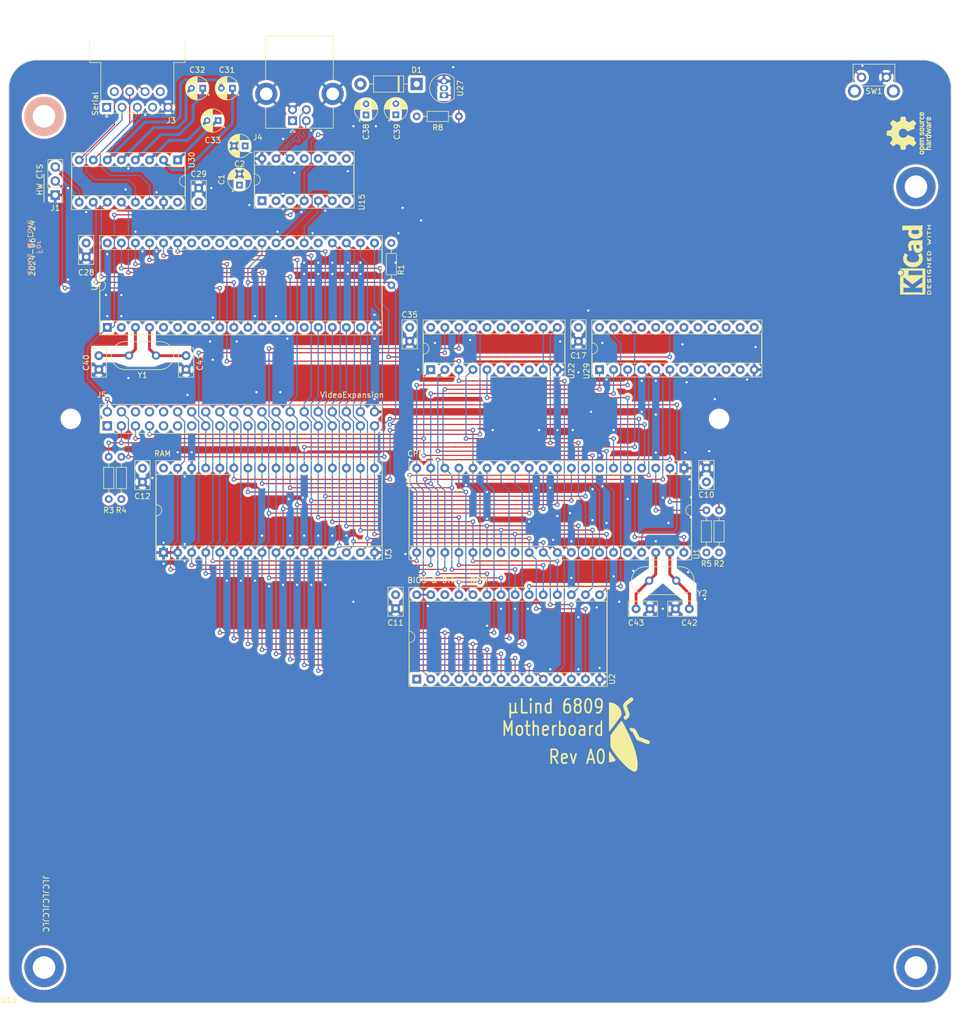
<source format=kicad_pcb>
(kicad_pcb (version 20240108) (generator "pcbnew") (generator_version "8.0")
  (layers (0 "F.Cu" signal) (1 "In1.Cu" power) (2 "In2.Cu" power) (31 "B.Cu" signal) (34 "B.Paste" user) (35 "F.Paste" user) (36 "B.SilkS" user "B.Silkscreen") (37 "F.SilkS" user "F.Silkscreen") (38 "B.Mask" user) (39 "F.Mask" user) (44 "Edge.Cuts" user))
  (net 0 "")
  (net 1 "GND")
  (net 2 "VBUS")
  (net 5 "VCC")
  (net 10 "/D6")
  (net 11 "/Address-Logic/BA")
  (net 12 "/Expansion Ports/~{BREQ}")
  (net 13 "/Expansion Ports/~{RST}")
  (net 14 "/Expansion Ports/BAVAIL")
  (net 15 "/Address-Logic/BS")
  (net 16 "/D2")
  (net 17 "/CPU_MEM/MRDY")
  (net 20 "/CPU_MEM/~{NMI}")
  (net 21 "/CPU_MEM/~{IRQ}")
  (net 22 "/CPU_MEM/~{FIRQ}")
  (net 23 "/D0")
  (net 24 "/D3")
  (net 25 "Net-(U15-VUSB)")
  (net 26 "/D1")
  (net 27 "/D7")
  (net 28 "/Address-Logic/Q")
  (net 29 "Net-(U4-X1)")
  (net 30 "/Address-Logic/R{slash}~{W}")
  (net 31 "/D4")
  (net 32 "/D5")
  (net 33 "/Address-Logic/~{ROM_EN}")
  (net 34 "/Address-Logic/~{RAM_EN}")
  (net 38 "Net-(U30-R2IN)")
  (net 39 "Net-(U30-T2OUT)")
  (net 55 "/Address-Logic/~{SER_EN}")
  (net 57 "Net-(U4-X2)")
  (net 62 "Net-(U15-URx)")
  (net 63 "Net-(U15-UTx)")
  (net 67 "Net-(U30-VS+)")
  (net 68 "Net-(U30-VS-)")
  (net 69 "Net-(U30-C2+)")
  (net 70 "Net-(U30-C2-)")
  (net 71 "Net-(U30-C1+)")
  (net 72 "Net-(U30-C1-)")
  (net 73 "Net-(U30-T1OUT)")
  (net 74 "Net-(U30-R1IN)")
  (net 75 "Net-(J1-Pin_2)")
  (net 76 "Net-(U30-T2IN)")
  (net 77 "Net-(J1-Pin_3)")
  (net 78 "Net-(U30-T1IN)")
  (net 79 "Net-(U30-R1OUT)")
  (net 86 "/Expansion Ports/E")
  (net 93 "~{RD}'")
  (net 97 "Net-(U1-XTAL)")
  (net 98 "Net-(U1-EXTAL)")
  (net 99 "/Expansion Ports/~{RD}")
  (net 100 "/A1")
  (net 101 "/A3")
  (net 102 "/A6")
  (net 103 "/A12")
  (net 104 "/A15")
  (net 105 "/A14")
  (net 106 "/A13")
  (net 107 "/A7")
  (net 108 "/A5")
  (net 109 "/A0")
  (net 110 "/A8")
  (net 111 "/A10")
  (net 112 "/A2")
  (net 113 "/A4")
  (net 114 "/A11")
  (net 115 "/A9")
  (net 116 "/Expansion Ports/~{WR}")
  (net 117 "/Serial-Parallel/D-")
  (net 118 "/Serial-Parallel/D+")
  (net 122 "/CPU_MEM/~{HALT}")
  (footprint "Resistor_THT:R_Axial_DIN0204_L3.6mm_D1.6mm_P7.62mm_Horizontal" (layer "F.Cu") (at 167.406 173.99 -90)
    (property "Reference" "R5")
    (property "Value" "4k7" (hide yes))
  )
  (footprint "Capacitor_THT:C_Disc_D5.0mm_W2.5mm_P2.50mm" (layer "F.Cu") (at 167.406 168.87 90)
    (property "Reference" "C10")
    (property "Value" "C" (hide yes))
  )
  (footprint "Capacitor_THT:C_Disc_D5.0mm_W2.5mm_P2.50mm" (layer "F.Cu") (at 113.812 140.97 -90)
    (property "Reference" "C35")
    (property "Value" "C" (hide yes))
  )
  (footprint "Connector_PinHeader_2.54mm:PinHeader_1x03_P2.54mm_Vertical" (layer "F.Cu") (at 49.804 117.079 180)
    (property "Reference" "J1")
    (property "Value" "HW CTS")
  )
  (footprint "fly_E_14mm" (layer "F.Cu") (at 153.436 214.63)
    (property "Reference" "G***" (hide yes))
    (property "Value" "LOGO" (hide yes))
  )
  (footprint "Capacitor_THT:C_Disc_D5.0mm_W2.5mm_P2.50mm" (layer "F.Cu") (at 144.292 140.97 -90)
    (property "Reference" "C17")
    (property "Value" "C")
  )
  (footprint "Connector_USB:USB_B_Lumberg_2411_02_Horizontal" (layer "F.Cu") (at 92.654 103.666 90)
    (property "Reference" "J4")
    (property "Value" "Console")
  )
  (footprint "Resistor_THT:R_Axial_DIN0204_L3.6mm_D1.6mm_P7.62mm_Horizontal" (layer "F.Cu") (at 115.082 102.87)
    (property "Reference" "R8")
    (property "Value" "4k7" (hide yes))
  )
  (footprint "MountingHole:MountingHole_3.2mm_M3_ISO7380" (layer "F.Cu") (at 52.598 157.48)
    (property "Reference" "H6" (hide yes))
    (property "Value" "MountingHole" (hide yes))
  )
  (footprint "Capacitor_THT:C_Disc_D5.0mm_W2.5mm_P2.50mm" (layer "F.Cu") (at 164.318 191.77 180)
    (property "Reference" "C42")
    (property "Value" "24pF" (hide yes))
  )
  (footprint "Connector_Dsub:DSUB-9_Female_Horizontal_P2.77x2.84mm_EdgePinOffset9.40mm" (layer "F.Cu") (at 59.087 101.236331 180)
    (property "Reference" "J3")
    (property "Value" "Serial")
  )
  (footprint "Capacitor_THT:C_Disc_D5.0mm_W2.5mm_P2.50mm" (layer "F.Cu") (at 111.272 189.23 -90)
    (property "Reference" "C11")
    (property "Value" "C")
  )
  (footprint "Capacitor_THT:CP_Radial_D4.0mm_P2.00mm" (layer "F.Cu") (at 83.078 115.2726 90)
    (property "Reference" "C1")
    (property "Value" "1u")
  )
  (footprint "Capacitor_THT:CP_Radial_D4.0mm_P2.00mm" (layer "F.Cu") (at 105.938 102.616 90)
    (property "Reference" "C38")
    (property "Value" "100µF" (hide yes))
  )
  (footprint "Capacitor_THT:C_Disc_D5.0mm_W2.5mm_P2.50mm" (layer "F.Cu") (at 65.552 166.39 -90)
    (property "Reference" "C12")
    (property "Value" "C" (hide yes))
  )
  (footprint "MountingHole:MountingHole_3.2mm_M3_ISO7380" (layer "F.Cu") (at 169.692 157.48)
    (property "Reference" "H8" (hide yes))
    (property "Value" "MountingHole" (hide yes))
  )
  (footprint "Package_DIP:DIP-16_W7.62mm_Socket" (layer "F.Cu") (at 71.902 110.744 -90)
    (property "Reference" "U30")
    (property "Value" "MAX232")
  )
  (footprint "Package_DIP:DIP-40_W15.24mm_Socket" (layer "F.Cu") (at 59.202 140.97 90)
    (property "Reference" "U4")
    (property "Value" "~")
  )
  (footprint "Resistor_THT:R_Axial_DIN0204_L3.6mm_D1.6mm_P7.62mm_Horizontal" (layer "F.Cu") (at 110.51 133.35 90)
    (property "Reference" "R1")
    (property "Value" "4k7" (hide yes))
  )
  (footprint "motherboard:mITX" (layer "F.Cu") (at 41.422 262.89)
    (property "Reference" "U16")
    (property "Value" "~")
    (fp_line (start 0 -165.1) (end 0 -5.08) (stroke (width 0.12)) (layer "Edge.Cuts"))
    (fp_line (start 5.08 0) (end 165.1 0) (stroke (width 0.12)) (layer "Edge.Cuts"))
    (fp_line (start 165.1 -170.18) (end 5.08 -170.18) (stroke (width 0.12)) (layer "Edge.Cuts"))
    (fp_line (start 170.18 -5.08) (end 170.18 -165.1) (stroke (width 0.12)) (layer "Edge.Cuts"))
    (fp_arc (start 0 -165.1) (mid 1.487898 -168.692102) (end 5.08 -170.18) (stroke (width 0.12)) (layer "Edge.Cuts"))
    (fp_arc (start 5.08 0) (mid 1.487898 -1.487898) (end 0 -5.08) (stroke (width 0.12)) (layer "Edge.Cuts"))
    (fp_arc (start 165.1 -170.18) (mid 168.692102 -168.692102) (end 170.18 -165.1) (stroke (width 0.12)) (layer "Edge.Cuts"))
    (fp_arc (start 170.18 -5.08) (mid 168.692102 -1.487898) (end 165.1 0) (stroke (width 0.12)) (layer "Edge.Cuts"))
  )
  (footprint "Capacitor_THT:C_Disc_D5.0mm_W2.5mm_P2.50mm" (layer "F.Cu") (at 55.392 125.73 -90)
    (property "Reference" "C28")
    (property "Value" "C")
  )
  (footprint "Resistor_THT:R_Axial_DIN0204_L3.6mm_D1.6mm_P7.62mm_Horizontal" (layer "F.Cu") (at 169.692 173.99 -90)
    (property "Reference" "R2")
    (property "Value" "4k7" (hide yes))
  )
  (footprint "Package_DIP:DIP-40_W15.24mm_Socket" (layer "F.Cu") (at 163.342 166.37 -90)
    (property "Reference" "U1")
    (property "Value" "MC6809")
  )
  (footprint "Capacitor_THT:C_Disc_D5.0mm_W2.5mm_P2.50mm" (layer "F.Cu") (at 154.706 191.77)
    (property "Reference" "C43")
    (property "Value" "24pF" (hide yes))
  )
  (footprint "Capacitor_THT:C_Disc_D5.0mm_W2.5mm_P2.50mm" (layer "F.Cu") (at 75.712 118.324 90)
    (property "Reference" "C29")
    (property "Value" "C" (hide yes))
  )
  (footprint "Capacitor_THT:CP_Radial_D4.0mm_P2.00mm" (layer "F.Cu") (at 76.4306 97.79 180)
    (property "Reference" "C32")
    (property "Value" "1u" (hide yes))
  )
  (footprint "Capacitor_THT:CP_Radial_D4.0mm_P2.00mm" (layer "F.Cu") (at 111.3174 102.5726 90)
    (property "Reference" "C39")
    (property "Value" "10µF" (hide yes))
  )
  (footprint "Symbol:OSHW-Logo_7.5x8mm_SilkScreen" (layer "F.Cu") (at 203.982 105.918 90)
    (property "Reference" "REF**" (hide yes))
    (property "Value" "OSHW-Logo_7.5x8mm_SilkScreen" (hide yes))
  )
  (footprint "Package_TO_SOT_THT:TO-92_Inline" (layer "F.Cu") (at 120.014 99.06 90)
    (property "Reference" "U27")
    (property "Value" "DS1813" (hide yes))
  )
  (footprint "Package_DIP:DIP-32_W15.24mm_Socket" (layer "F.Cu") (at 69.362 181.61 90)
    (property "Reference" "U3")
    (property "Value" "AS6C4008")
  )
  (footprint "Package_DIP:DIP-20_W7.62mm_Socket" (layer "F.Cu") (at 117.622 148.59 90)
    (property "Reference" "U22")
    (property "Value" "GAL16V8")
  )
  (footprint "Package_DIP:DIP-14_W7.62mm_Socket" (layer "F.Cu") (at 87.142 118.11 90)
    (property "Reference" "U15")
    (property "Value" "MCP2221A")
  )
  (footprint "Crystal:Crystal_HC49-U_Vertical" (layer "F.Cu") (at 157.082 186.69)
    (property "Reference" "Y2")
    (property "Value" "Crystal" (hide yes))
  )
  (footprint "Capacitor_THT:CP_Radial_D4.0mm_P2.00mm" (layer "F.Cu") (at 79.2246 103.632 180)
    (property "Reference" "C33")
    (property "Value" "1u" (hide yes))
  )
  (footprint "Symbol:KiCad-Logo2_5mm_SilkScreen" (layer "F.Cu") (at 204.998 128.778 90)
    (property "Reference" "REF**" (hide yes))
    (property "Value" "KiCad-Logo2_5mm_SilkScreen" (hide yes))
  )
  (footprint "Capacitor_THT:CP_Radial_D4.0mm_P2.00mm" (layer "F.Cu") (at 84.094 108.204 180)
    (property "Reference" "C2")
    (property "Value" "1u")
  )
  (footprint "Diode_THT:D_DO-41_SOD81_P10.16mm_Horizontal" (layer "F.Cu") (at 115.082 97.028 180)
    (property "Reference" "D1")
    (property "Value" "1N4007" (hide yes))
  )
  (footprint "Capacitor_THT:C_Disc_D5.0mm_W2.5mm_P2.50mm" (layer "F.Cu") (at 73.426 146.07 -90)
    (property "Reference" "C41")
    (property "Value" "43pF" (hide yes))
  )
  (footprint "Capacitor_THT:C_Disc_D5.0mm_W2.5mm_P2.50mm" (layer "F.Cu") (at 57.678 146.07 -90)
    (property "Reference" "C40")
    (property "Value" "43pF" (hide yes))
  )
  (footprint "Connector_PinHeader_2.54mm:PinHeader_2x20_P2.54mm_Vertical" (layer "F.Cu") (at 59.202 158.75 90)
    (property "Reference" "J5")
    (property "Value" "VideoExpansion")
  )
  (footprint "Resistor_THT:R_Axial_DIN0204_L3.6mm_D1.6mm_P7.62mm_Horizontal" (layer "F.Cu") (at 61.742 164.338 -90)
    (property "Reference" "R4")
    (property "Value" "4k7" (hide yes))
  )
  (footprint "Capacitor_THT:CP_Radial_D4.0mm_P2.00mm" (layer "F.Cu") (at 81.808 97.79 180)
    (property "Reference" "C31")
    (property "Value" "1u" (hide yes))
  )
  (footprint "Crystal:Crystal_HC49-U_Vertical" (layer "F.Cu") (at 68.002 146.05 180)
    (property "Reference" "Y1")
    (property "Value" "Crystal" (hide yes))
  )
  (footprint "Resistor_THT:R_Axial_DIN0204_L3.6mm_D1.6mm_P7.62mm_Horizontal" (layer "F.Cu") (at 59.456 164.338 -90)
    (property "Reference" "R3")
    (property "Value" "4k7" (hide yes))
  )
  (footprint "Package_DIP:DIP-28_W15.24mm_Socket" (layer "F.Cu") (at 115.082 204.47 90)
    (property "Reference" "U2")
    (property "Value" "28C64")
  )
  (footprint "Package_DIP:DIP-24_W7.62mm_Socket" (layer "F.Cu") (at 148.102 148.59 90)
    (property "Reference" "U29")
    (property "Value" "GAL 22V10")
  )
  (footprint "Button_Switch_THT:SW_SPST_Omron_B3F-315x_Angled" (layer "F.Cu") (at 195.418 95.817)
    (property "Reference" "SW1")
    (property "Value" "Reset")
  )
  (gr_line (start 47.772 118.364) (end 47.772 113.284) (stroke (width 0.15)) (layer "F.SilkS"))
  (gr_text "For\nLinus & Love" (at 44.724 126.492 -90) (layer "B.SilkS") (effects (font (size 1 1)) (justify bottom mirror)))
  (gr_text "CPU\n" (at 113.304 164.338 0) (layer "F.SilkS") (effects (font (size 1 1)) (justify left bottom)))
  (gr_text "2024-06-24" (at 46.248 131.826 90) (layer "F.SilkS") (effects (font (size 1 1)) (justify left bottom)))
  (gr_text "Rev A0" (at 138.704 219.964 0) (layer "F.SilkS") (effects (font (size 2.5 2) (thickness 0.3) (bold yes)) (justify left bottom)))
  (gr_text "BIOS & Driver ROM" (at 113.304 187.198 0) (layer "F.SilkS") (effects (font (size 1 1)) (justify left bottom)))
  (gr_text "JLCJLCJLCJLC" (at 47.518 239.776 270) (layer "F.SilkS") (effects (font (size 1 1)) (justify left bottom)))
  (gr_text "µLind 6809\nMotherboard" (at 149.118 214.884 0) (layer "F.SilkS") (effects (font (size 2.5 2) (thickness 0.3)) (justify right bottom)))
  (gr_text "RAM" (at 67.584 164.338 0) (layer "F.SilkS") (effects (font (size 1 1)) (justify left bottom)))
  (via (at 99.842 129.286) (size 0.8) (drill 0.4) (layers "F.Cu" "B.Cu") (net 1))
  (via (at 107.462 143.002) (size 0.8) (drill 0.4) (layers "F.Cu" "B.Cu") (net 1))
  (via (at 167.152 189.992) (size 0.8) (drill 0.4) (layers "F.Cu" "B.Cu") (net 1))
  (via (at 159.532 171.704) (size 0.8) (drill 0.4) (layers "F.Cu" "B.Cu") (net 1))
  (via (at 151.658 190.5) (size 0.8) (drill 0.4) (layers "F.Cu" "B.Cu") (net 1))
  (via (at 111.272 129.286) (size 0.8) (drill 0.4) (layers "F.Cu" "B.Cu") (net 1))
  (via (at 97.302 129.286) (size 0.8) (drill 0.4) (layers "F.Cu" "B.Cu") (net 1))
  (via (at 160.548 176.276) (size 0.8) (drill 0.4) (layers "F.Cu" "B.Cu") (net 1))
  (via (at 94.762 129.286) (size 0.8) (drill 0.4) (layers "F.Cu" "B.Cu") (net 1))
  (via (at 88.412 187.706) (size 0.8) (drill 0.4) (layers "F.Cu" "B.Cu") (net 1))
  (via (at 83.332 186.69) (size 0.8) (drill 0.4) (layers "F.Cu" "B.Cu") (net 1))
  (via (at 73.172 167.894) (size 0.8) (drill 0.4) (layers "F.Cu" "B.Cu") (net 1))
  (via (at 94.508 171.704) (size 0.8) (drill 0.4) (layers "F.Cu" "B.Cu") (net 1))
  (via (at 154.198 184.912) (size 0.8) (drill 0.4) (layers "F.Cu" "B.Cu") (net 1))
  (via (at 113.05 181.864) (size 0.8) (drill 0.4) (layers "F.Cu" "B.Cu") (net 1))
  (via (at 139.72 179.324) (size 0.8) (drill 0.4) (layers "F.Cu" "B.Cu") (net 1))
  (via (at 98.572 119.888) (size 0.8) (drill 0.4) (layers "F.Cu" "B.Cu") (net 1))
  (via (at 168.93 153.924) (size 0.8) (drill 0.4) (layers "F.Cu" "B.Cu") (net 1))
  (via (at 73.172 183.134) (size 0.8) (drill 0.4) (layers "F.Cu" "B.Cu") (net 1))
  (via (at 104.922 129.286) (size 0.8) (drill 0.4) (layers "F.Cu" "B.Cu") (net 1))
  (via (at 135.402 176.022) (size 0.8) (drill 0.4) (layers "F.Cu" "B.Cu") (net 1))
  (via (at 158.262 150.622) (size 0.8) (drill 0.4) (layers "F.Cu" "B.Cu") (net 1))
  (via (at 136.672 169.926) (size 0.8) (drill 0.4) (layers "F.Cu" "B.Cu") (net 1))
  (via (at 132.862 191.77) (size 0.8) (drill 0.4) (layers "F.Cu" "B.Cu") (net 1))
  (via (at 77.744 143.51) (size 0.8) (drill 0.4) (layers "F.Cu" "B.Cu") (net 1))
  (via (at 69.362 179.832) (size 0.8) (drill 0.4) (layers "F.Cu" "B.Cu") (net 1))
  (via (at 139.212 202.692) (size 0.8) (drill 0.4) (layers "F.Cu" "B.Cu") (net 1))
  (via (at 163.088 144.018) (size 0.8) (drill 0.4) (layers "F.Cu" "B.Cu") (net 1))
  (via (at 74.442 163.5064) (size 0.8) (drill 0.4) (layers "F.Cu" "B.Cu") (net 1))
  (via (at 85.872 186.69) (size 0.8) (drill 0.4) (layers "F.Cu" "B.Cu") (net 1))
  (via (at 94.762 178.562) (size 0.8) (drill 0.4) (layers "F.Cu" "B.Cu") (net 1))
  (via (at 94.254 120.142) (size 0.8) (drill 0.4) (layers "F.Cu" "B.Cu") (net 1))
  (via (at 127.782 175.514) (size 0.8) (drill 0.4) (layers "F.Cu" "B.Cu") (net 1))
  (via (at 92.222 178.562) (size 0.8) (drill 0.4) (layers "F.Cu" "B.Cu") (net 1))
  (via (at 123.972 169.418) (size 0.8) (drill 0.4) (layers "F.Cu" "B.Cu") (net 1))
  (via (at 94.762 131.318) (size 0.8) (drill 0.4) (layers "F.Cu" "B.Cu") (net 1))
  (via (at 63.012 150.114) (size 0.8) (drill 0.4) (layers "F.Cu" "B.Cu") (net 1))
  (via (at 148.61 169.672) (size 0.8) (drill 0.4) (layers "F.Cu" "B.Cu") (net 1))
  (via (at 82.57 143.51) (size 0.8) (drill 0.4) (layers "F.Cu" "B.Cu") (net 1))
  (via (at 159.532 191.77) (size 0.8) (drill 0.4) (layers "F.Cu" "B.Cu") (net 1))
  (via (at 62.504 116.078) (size 0.8) (drill 0.4) (layers "F.Cu" "B.Cu") (net 1))
  (via (at 167.914 163.322) (size 0.8) (drill 0.4) (layers "F.Cu" "B.Cu") (net 1))
  (via (at 150.642 185.928) (size 0.8) (drill 0.4) (layers "F.Cu" "B.Cu") (net 1))
  (via (at 89.936 123.698) (size 0.8) (drill 0.4) (layers "F.Cu" "B.Cu") (net 1))
  (via (at 52.09 115.824) (size 0.8) (drill 0.4) (layers "F.Cu" "B.Cu") (net 1))
  (via (at 99.842 131.318) (size 0.8) (drill 0.4) (layers "F.Cu" "B.Cu") (net 1))
  (via (at 148.102 164.084) (size 0.8) (drill 0.4) (layers "F.Cu" "B.Cu") (net 1))
  (via (at 102.636 131.318) (size 0.8) (drill 0.4) (layers "F.Cu" "B.Cu") (net 1))
  (via (at 90.952 106.934) (size 0.8) (drill 0.4) (layers "F.Cu" "B.Cu") (net 1))
  (via (at 92.984 113.03) (size 0.8) (drill 0.4) (layers "F.Cu" "B.Cu") (net 1))
  (via (at 118.384 143.764) (size 0.8) (drill 0.4) (layers "F.Cu" "B.Cu") (net 1))
  (via (at 155.722 150.622) (size 0.8) (drill 0.4) (layers "F.Cu" "B.Cu") (net 1))
  (via (at 96.286 123.952) (size 0.8) (drill 0.4) (layers "F.Cu" "B.Cu") (net 1))
  (via (at 109.494 181.864) (size 0.8) (drill 0.4) (layers "F.Cu" "B.Cu") (net 1))
  (via (at 174.772 150.368) (size 0.8) (drill 0.4) (layers "F.Cu" "B.Cu") (net 1))
  (via (at 195.6 93.726) (size 0.8) (drill 0.4) (layers "F.Cu" "B.Cu") (net 1))
  (via (at 102.636 129.286) (size 0.8) (drill 0.4) (layers "F.Cu" "B.Cu") (net 1))
  (via (at 59.202 127.762) (size 0.8) (drill 0.4) (layers "F.Cu" "B.Cu") (net 1))
  (via (at 144.292 149.098) (size 0.8) (drill 0.4) (layers "F.Cu" "B.Cu") (net 1))
  (via (at 140.482 175.006) (size 0.8) (drill 0.4) (layers "F.Cu" "B.Cu") (net 1))
  (via (at 115.336 148.59) (size 0.8) (drill 0.4) (layers "F.Cu" "B.Cu") (net 1))
  (via (at 78.252 146.812) (size 0.8) (drill 0.4) (layers "F.Cu" "B.Cu") (net 1))
  (via (at 107.462 138.684) (size 0.8) (drill 0.4) (layers "F.Cu" "B.Cu") (net 1))
  (via (at 65.552 127.254) (size 0.8) (drill 0.4) (layers "F.Cu" "B.Cu") (net 1))
  (via (at 104.922 131.318) (size 0.8) (drill 0.4) (layers "F.Cu" "B.Cu") (net 1))
  (via (at 149.372 176.276) (size 0.8) (drill 0.4) (layers "F.Cu" "B.Cu") (net 1))
  (via (at 158.262 156.718) (size 0.8) (drill 0.4) (layers "F.Cu" "B.Cu") (net 1))
  (via (at 147.594 191.516) (size 0.8) (drill 0.4) (layers "F.Cu" "B.Cu") (net 1))
  (via (at 146.832 175.768) (size 0.8) (drill 0.4) (layers "F.Cu" "B.Cu") (net 1))
  (via (at 140.482 159.512) (size 0.8) (drill 0.4) (layers "F.Cu" "B.Cu") (net 1))
  (via (at 90.952 116.84) (size 0.8) (drill 0.4) (layers "F.Cu" "B.Cu") (net 1))
  (via (at 107.462 153.924) (size 0.8) (drill 0.4) (layers "F.Cu" "B.Cu") (net 1))
  (via (at 103.652 190.5) (size 0.8) (drill 0.4) (layers "F.Cu" "B.Cu") (net 1))
  (via (at 164.612 175.26) (size 0.8) (drill 0.4) (layers "F.Cu" "B.Cu") (net 1))
  (via (at 97.302 131.318) (size 0.8) (drill 0.4) (layers "F.Cu" "B.Cu") (net 1))
  (via (at 89.682 138.938) (size 0.8) (drill 0.4) (layers "F.Cu" "B.Cu") (net 1))
  (via (at 103.652 104.648) (size 0.8) (drill 0.4) (layers "F.Cu" "B.Cu") (net 1))
  (via (at 163.85 150.876) (size 0.8) (drill 0.4) (layers "F.Cu" "B.Cu") (net 1))
  (via (at 96.032 105.41) (size 0.8) (drill 0.4) (layers "F.Cu" "B.Cu") (net 1))
  (via (at 164.358 168.402) (size 0.8) (drill 0.4) (layers "F.Cu" "B.Cu") (net 1))
  (via (at 142.768 174.498) (size 0.8) (drill 0.4) (layers "F.Cu" "B.Cu") (net 1))
  (via (at 158.262 163.576) (size 0.8) (drill 0.4) (layers "F.Cu" "B.Cu") (net 1))
  (via (at 97.302 178.562) (size 0.8) (drill 0.4) (layers "F.Cu" "B.Cu") (net 1))
  (via (at 91.968 171.958) (size 0.8) (drill 0.4) (layers "F.Cu" "B.Cu") (net 1))
  (via (at 117.114 191.262) (size 0.8) (drill 0.4) (layers "F.Cu" "B.Cu") (net 1))
  (via (at 73.172 180.086) (size 0.8) (drill 0.4) (layers "F.Cu" "B.Cu") (net 1))
  (via (at 121.686 93.98) (size 0.8) (drill 0.4) (layers "F.Cu" "B.Cu") (net 1))
  (via (at 90.444 152.654) (size 0.8) (drill 0.4) (layers "F.Cu" "B.Cu") (net 1))
  (via (at 135.148 191.77) (size 0.8) (drill 0.4) (layers "F.Cu" "B.Cu") (net 1))
  (via (at 146.578 156.21) (size 0.8) (drill 0.4) (layers "F.Cu" "B.Cu") (net 1))
  (via (at 164.104 185.166) (size 0.8) (drill 0.4) (layers "F.Cu" "B.Cu") (net 1))
  (via (at 98.572 187.452) (size 0.8) (drill 0.4) (layers "F.Cu" "B.Cu") (net 1))
  (via (at 80.792 186.69) (size 0.8) (drill 0.4) (layers "F.Cu" "B.Cu") (net 1))
  (via (at 176.296 144.526) (size 0.8) (drill 0.4) (layers "F.Cu" "B.Cu") (net 1))
  (via (at 140.99 143.51) (size 0.8) (drill 0.4) (layers "F.Cu" "B.Cu") (net 1))
  (via (at 66.06 102.616) (size 0.8) (drill 0.4) (layers "F.Cu" "B.Cu") (net 1))
  (via (at 93.492 187.452) (size 0.8) (drill 0.4) (layers "F.Cu" "B.Cu") (net 1))
  (via (at 130.322 191.77) (size 0.8) (drill 0.4) (layers "F.Cu" "B.Cu") (net 1))
  (via (at 69.362 183.642) (size 0.8) (drill 0.4) (layers "F.Cu" "B.Cu") (net 1))
  (via (at 59.202 138.938) (size 0.8) (drill 0.4) (layers "F.Cu" "B.Cu") (net 1))
  (via (at 90.952 187.452) (size 0.8) (drill 0.4) (layers "F.Cu" "B.Cu") (net 1))
  (via (at 90.952 119.634) (size 0.8) (drill 0.4) (layers "F.Cu" "B.Cu") (net 1))
  (via (at 127.782 170.688) (size 0.8) (drill 0.4) (layers "F.Cu" "B.Cu") (net 1))
  (via (at 102.636 112.776) (size 0.8) (drill 0.4) (layers "F.Cu" "B.Cu") (net 1))
  (via (at 143.022 186.182) (size 0.8) (drill 0.4) (layers "F.Cu" "B.Cu") (net 1))
  (via (at 139.212 169.926) (size 0.8) (drill 0.4) (layers "F.Cu" "B.Cu") (net 1))
  (via (at 102.382 178.562) (size 0.8) (drill 0.4) (layers "F.Cu" "B.Cu") (net 1))
  (via (at 144.292 193.294) (size 0.8) (drill 0.4) (layers "F.Cu" "B.Cu") (net 1))
  (via (at 155.722 156.21) (size 0.8) (drill 0.4) (layers "F.Cu" "B.Cu") (net 1))
  (via (at 149.372 150.368) (size 0.8) (drill 0.4) (layers "F.Cu" "B.Cu") (net 1))
  (via (at 113.812 164.846) (size 0.8) (drill 0.4) (layers "F.Cu" "B.Cu") (net 1))
  (via (at 58.948 135.128) (size 0.8) (drill 0.4) (layers "F.Cu" "B.Cu") (net 1))
  (via (at 73.68 153.162) (size 0.8) (drill 0.4) (layers "F.Cu" "B.Cu") (net 1))
  (via (at 68.092 116.586) (size 0.8) (drill 0.4) (layers "F.Cu" "B.Cu") (net 1))
  (via (at 63.012 112.268) (size 0.8) (drill 0.4) (layers "F.Cu" "B.Cu") (net 1))
  (via (at 150.642 159.512) (size 0.8) (drill 0.4) (layers "F.Cu" "B.Cu") (net 1))
  (via (at 148.102 202.438) (size 0.8) (drill 0.4) (layers "F.Cu" "B.Cu") (net 1))
  (via (at 112.542 119.38) (size 0.8) (drill 0.4) (layers "F.Cu" "B.Cu") (net 1))
  (via (at 84.856 118.872) (size 0.8) (drill 0.4) (layers "F.Cu" "B.Cu") (net 1))
  (via (at 77.998 115.824) (size 0.8) (drill 0.4) (layers "F.Cu" "B.Cu") (net 1))
  (via (at 115.844 121.666) (size 0.8) (drill 0.4) (layers "F.Cu" "B.Cu") (net 1))
  (via (at 163.596 163.576) (size 0.8) (drill 0.4) (layers "F.Cu" "B.Cu") (net 1))
  (via (at 86.126 152.654) (size 0.8) (drill 0.4) (layers "F.Cu" "B.Cu") (net 1))
  (via (at 111.78 123.952) (size 0.8) (drill 0.4) (layers "F.Cu" "B.Cu") (net 1))
  (via (at 91.714 143.002) (size 0.8) (drill 0.4) (layers "F.Cu" "B.Cu") (net 1))
  (via (at 128.798 159.512) (size 0.8) (drill 0.4) (layers "F.Cu" "B.Cu") (net 1))
  (via (at 127.782 194.818) (size 0.8) (drill 0.4) (layers "F.Cu" "B.Cu") (net 1))
  (via (at 99.842 178.562) (size 0.8) (drill 0.4) (layers "F.Cu" "B.Cu") (net 1))
  (via (at 64.282 123.698) (size 0.8) (drill 0.4) (layers "F.Cu" "B.Cu") (net 1))
  (via (at 55.392 120.142) (size 0.8) (drill 0.4) (layers "F.Cu" "B.Cu") (net 1))
  (via (at 78.252 139.192) (size 0.8) (drill 0.4) (layers "F.Cu" "B.Cu") (net 1))
  (via (at 164.612 171.6344) (size 0.8) (drill 0.4) (layers "F.Cu" "B.Cu") (net 1))
  (via (at 52.09 132.334) (size 0.8) (drill 0.4) (layers "F.Cu" "B.Cu") (net 1))
  (via (at 143.276 159.512) (size 0.8) (drill 0.4) (layers "F.Cu" "B.Cu") (net 1))
  (via (at 124.734 143.256) (size 0.8) (drill 0.4) (layers "F.Cu" "B.Cu") (net 1))
  (via (at 61.742 138.938) (size 0.8) (drill 0.4) (layers "F.Cu" "B.Cu") (net 1))
  (via (at 146.832 170.18) (size 0.8) (drill 0.4) (layers "F.Cu" "B.Cu") (net 1))
  (via (at 61.742 135.128) (size 0.8) (drill 0.4) (layers "F.Cu" "B.Cu") (net 1))
  (via (at 87.142 178.562) (size 0.8) (drill 0.4) (layers "F.Cu" "B.Cu") (net 1))
  (via (at 71.902 163.5064) (size 0.8) (drill 0.4) (layers "F.Cu" "B.Cu") (net 1))
  (via (at 146.07 137.922) (size 0.8) (drill 0.4) (layers "F.Cu" "B.Cu") (net 1))
  (via (at 107.716 104.648) (size 0.8) (drill 0.4) (layers "F.Cu" "B.Cu") (net 1))
  (via (at 143.022 179.578) (size 0.8) (drill 0.4) (layers "F.Cu" "B.Cu") (net 1))
  (via (at 158.262 179.578) (size 0.8) (drill 0.4) (layers "F.Cu" "B.Cu") (net 1))
  (via (at 67.33 168.148) (size 0.8) (drill 0.4) (layers "F.Cu" "B.Cu") (net 1))
  (via (at 96.032 187.452) (size 0.8) (drill 0.4) (layers "F.Cu" "B.Cu") (net 1))
  (via (at 68.092 127.254) (size 0.8) (drill 0.4) (layers "F.Cu" "B.Cu") (net 1))
  (via (at 137.18 159.512) (size 0.8) (drill 0.4) (layers "F.Cu" "B.Cu") (net 1))
  (via (at 148.61 143.764) (size 0.8) (drill 0.4) (layers "F.Cu" "B.Cu") (net 1))
  (via (at 85.872 138.938) (size 0.8) (drill 0.4) (layers "F.Cu" "B.Cu") (net 1))
  (via (at 153.182 171.958) (size 0.8) (drill 0.4) (layers "F.Cu" "B.Cu") (net 1))
  (via (at 144.292 202.692) (size 0.8) (drill 0.4) (layers "F.Cu" "B.Cu") (net 1))
  (segment (start 117.622 189.23) (end 115.082 189.23) (width 0.3048) (layer "F.Cu") (net 5))
  (segment (start 99.9116 176.022) (end 99.842 176.0916) (width 0.2032) (layer "F.Cu") (net 10))
  (segment (start 125.242 183.134) (end 140.482 183.134) (width 0.2032) (layer "F.Cu") (net 10))
  (segment (start 125.242 176.021992) (end 125.241992 176.022) (width 0.2032) (layer "F.Cu") (net 10))
  (segment (start 125.241992 176.022) (end 99.9116 176.022) (width 0.2032) (layer "F.Cu") (net 10))
  (via (at 125.242 176.021992) (size 0.8) (drill 0.4) (layers "F.Cu" "B.Cu") (net 10))
  (via (at 99.842 176.0916) (size 0.8) (drill 0.4) (layers "F.Cu" "B.Cu") (net 10))
  (via (at 125.242 183.134) (size 0.8) (drill 0.4) (layers "F.Cu" "B.Cu") (net 10))
  (via (at 140.482 183.134) (size 0.8) (drill 0.4) (layers "F.Cu" "B.Cu") (net 10))
  (segment (start 98.572 156.972) (end 98.572 154.686) (width 0.2032) (layer "B.Cu") (net 10))
  (segment (start 140.482 185.928) (end 140.482 183.134) (width 0.2032) (layer "B.Cu") (net 10))
  (segment (start 99.842 158.242) (end 98.572 156.972) (width 0.2032) (layer "B.Cu") (net 10))
  (segment (start 99.842 166.37) (end 99.842 176.0916) (width 0.2032) (layer "B.Cu") (net 10))
  (segment (start 99.842 158.75) (end 99.842 166.37) (width 0.2032) (layer "B.Cu") (net 10))
  (segment (start 125.242 181.356) (end 125.242 176.021992) (width 0.2032) (layer "B.Cu") (net 10))
  (segment (start 99.842 153.416) (end 99.842 140.97) (width 0.2032) (layer "B.Cu") (net 10))
  (segment (start 98.572 154.686) (end 99.842 153.416) (width 0.2032) (layer "B.Cu") (net 10))
  (segment (start 140.482 189.23) (end 140.482 185.928) (width 0.2032) (layer "B.Cu") (net 10))
  (segment (start 125.496 181.61) (end 125.242 181.356) (width 0.2032) (layer "B.Cu") (net 10))
  (segment (start 99.842 158.75) (end 99.842 158.242) (width 0.2032) (layer "B.Cu") (net 10))
  (segment (start 125.242 181.61) (end 125.242 183.134) (width 0.2032) (layer "B.Cu") (net 10))
  (segment (start 150.642 161.036) (end 123.972006 161.036) (width 0.2032) (layer "F.Cu") (net 11))
  (via (at 123.972006 161.036) (size 0.8) (drill 0.4) (layers "F.Cu" "B.Cu") (net 11))
  (via (at 150.642 161.036) (size 0.8) (drill 0.4) (layers "F.Cu" "B.Cu") (net 11))
  (segment (start 125.242 148.59) (end 123.972006 149.859994) (width 0.2032) (layer "B.Cu") (net 11))
  (segment (start 150.642 166.37) (end 150.642 161.036) (width 0.2032) (layer "B.Cu") (net 11))
  (segment (start 123.972006 149.859994) (end 123.972006 161.036) (width 0.2032) (layer "B.Cu") (net 11))
  (segment (start 144.291996 161.798) (end 139.212 161.798) (width 0.2032) (layer "F.Cu") (net 12))
  (segment (start 59.456 161.798) (end 61.742 161.798) (width 0.2032) (layer "F.Cu") (net 12))
  (segment (start 61.742 161.798) (end 139.212 161.798) (width 0.2032) (layer "F.Cu") (net 12))
  (segment (start 144.292 161.797996) (end 144.291996 161.798) (width 0.2032) (layer "F.Cu") (net 12))
  (via (at 144.292 161.797996) (size 0.8) (drill 0.4) (layers "F.Cu" "B.Cu") (net 12))
  (via (at 139.212 161.798) (size 0.8) (drill 0.4) (layers "F.Cu" "B.Cu") (net 12))
  (via (at 61.742 161.798) (size 0.8) (drill 0.4) (layers "F.Cu" "B.Cu") (net 12))
  (via (at 59.456 161.798) (size 0.8) (drill 0.4) (layers "F.Cu" "B.Cu") (net 12))
  (segment (start 145.562 172.72) (end 144.292 171.45) (width 0.2032) (layer "B.Cu") (net 12))
  (segment (start 59.456 164.338) (end 59.456 161.798) (width 0.2032) (layer "B.Cu") (net 12))
  (segment (start 144.292 171.45) (end 144.292 161.797996) (width 0.2032) (layer "B.Cu") (net 12))
  (segment (start 139.212 160.8902) (end 139.212 161.798) (width 0.2032) (layer "B.Cu") (net 12))
  (segment (start 140.482 140.97) (end 139.212 142.24) (width 0.2032) (layer "B.Cu") (net 12))
  (segment (start 145.562 181.61) (end 145.562 172.72) (width 0.2032) (layer "B.Cu") (net 12))
  (segment (start 139.212 142.24) (end 139.212 160.8902) (width 0.2032) (layer "B.Cu") (net 12))
  (segment (start 61.742 158.75) (end 61.742 161.798) (width 0.2032) (layer "B.Cu") (net 12))
  (segment (start 121.178 99.06) (end 122.702 99.06) (width 0.2032) (layer "F.Cu") (net 13))
  (segment (start 194.343 94.742) (end 123.464 94.742) (width 0.2032) (layer "F.Cu") (net 13))
  (segment (start 60.218 154.94) (end 162.072 154.94) (width 0.2032) (layer "F.Cu") (net 13))
  (segment (start 59.202 153.924) (end 60.218 154.94) (width 0.2032) (layer "F.Cu") (net 13))
  (segment (start 195.418 95.817) (end 194.343 94.742) (width 0.2032) (layer "F.Cu") (net 13))
  (segment (start 122.702 105.41) (end 122.702 102.87) (width 0.2032) (layer "F.Cu") (net 13))
  (segment (start 97.302 106.172) (end 121.94 106.172) (width 0.2032) (layer "F.Cu") (net 13))
  (segment (start 120.014 99.06) (end 121.178 99.06) (width 0.2032) (layer "F.Cu") (net 13))
  (segment (start 123.464 94.742) (end 122.702 95.504) (width 0.2032) (layer "F.Cu") (net 13))
  (segment (start 92.222 120.65) (end 60.471988 120.65) (width 0.2032) (layer "F.Cu") (net 13))
  (segment (start 121.94 106.172) (end 122.702 105.41) (width 0.2032) (layer "F.Cu") (net 13))
  (segment (start 122.702 99.06) (end 122.702 102.87) (width 0.2032) (layer "F.Cu") (net 13))
  (segment (start 122.702 95.504) (end 122.702 99.06) (width 0.2032) (layer "F.Cu") (net 13))
  (via (at 97.302 106.172) (size 0.8) (drill 0.4) (layers "F.Cu" "B.Cu") (net 13))
  (via (at 162.072 154.94) (size 0.8) (drill 0.4) (layers "F.Cu" "B.Cu") (net 13))
  (via (at 60.471988 120.65) (size 0.8) (drill 0.4) (layers "F.Cu" "B.Cu") (net 13))
  (via (at 59.202 153.924) (size 0.8) (drill 0.4) (layers "F.Cu" "B.Cu") (net 13))
  (via (at 92.222 120.65) (size 0.8) (drill 0.4) (layers "F.Cu" "B.Cu") (net 13))
  (segment (start 162.072 154.94) (end 162.072 177.292) (width 0.2032) (layer "B.Cu") (net 13))
  (segment (start 94.762 118.11) (end 94.762 113.03) (width 0.2032) (layer "B.Cu") (net 13))
  (segment (start 55.646 150.368) (end 59.202 153.924) (width 0.2032) (layer "B.Cu") (net 13))
  (segment (start 55.646 144.526) (end 55.646 150.368) (width 0.2032) (layer "B.Cu") (net 13))
  (segment (start 162.072 177.292) (end 161.564 177.8) (width 0.2032) (layer "B.Cu") (net 13))
  (segment (start 96.032 107.442) (end 97.302 106.172) (width 0.2032) (layer "B.Cu") (net 13))
  (segment (start 60.2052 140.97) (end 60.471988 140.703212) (width 0.2032) (layer "B.Cu") (net 13))
  (segment (start 59.202 140.97) (end 55.646 144.526) (width 0.2032) (layer "B.Cu") (net 13))
  (segment (start 96.032 111.76) (end 96.032 107.442) (width 0.2032) (layer "B.Cu") (net 13))
  (segment (start 161.564 177.8) (end 156.484 177.8) (width 0.2032) (layer "B.Cu") (net 13))
  (segment (start 59.202 153.924) (end 59.202 156.21) (width 0.2032) (layer "B.Cu") (net 13))
  (segment (start 94.762 118.11) (end 92.222 120.65) (width 0.2032) (layer "B.Cu") (net 13))
  (segment (start 59.202 140.97) (end 60.2052 140.97) (width 0.2032) (layer "B.Cu") (net 13))
  (segment (start 155.722 178.562) (end 155.722 181.356) (width 0.2032) (layer "B.Cu") (net 13))
  (segment (start 94.762 113.03) (end 96.032 111.76) (width 0.2032) (layer "B.Cu") (net 13))
  (segment (start 156.484 177.8) (end 155.722 178.562) (width 0.2032) (layer "B.Cu") (net 13))
  (segment (start 155.722 181.356) (end 155.976 181.61) (width 0.2032) (layer "B.Cu") (net 13))
  (segment (start 60.471988 140.703212) (end 60.471988 120.65) (width 0.2032) (layer "B.Cu") (net 13))
  (segment (start 66.822 160.274) (end 126.512 160.274) (width 0.2032) (layer "F.Cu") (net 14))
  (via (at 126.512 160.274) (size 0.8) (drill 0.4) (layers "F.Cu" "B.Cu") (net 14))
  (via (at 66.822 160.274) (size 0.8) (drill 0.4) (layers "F.Cu" "B.Cu") (net 14))
  (segment (start 126.512 142.24) (end 126.512 160.274) (width 0.2032) (layer "B.Cu") (net 14))
  (segment (start 125.242 140.97) (end 126.512 142.24) (width 0.2032) (layer "B.Cu") (net 14))
  (segment (start 66.822 158.75) (end 66.822 160.274) (width 0.2032) (layer "B.Cu") (net 14))
  (segment (start 127.782 153.67) (end 153.182008 153.67) (width 0.2032) (layer "F.Cu") (net 15))
  (via (at 127.782 153.67) (size 0.8) (drill 0.4) (layers "F.Cu" "B.Cu") (net 15))
  (via (at 153.182008 153.67) (size 0.8) (drill 0.4) (layers "F.Cu" "B.Cu") (net 15))
  (segment (start 153.182 153.670008) (end 153.182008 153.67) (width 0.2032) (layer "B.Cu") (net 15))
  (segment (start 153.182 166.37) (end 153.182 153.670008) (width 0.2032) (layer "B.Cu") (net 15))
  (segment (start 127.782 148.59) (end 127.782 153.67) (width 0.2032) (layer "B.Cu") (net 15))
  (segment (start 135.401992 179.07) (end 106.192 179.07) (width 0.2032) (layer "F.Cu") (net 16))
  (segment (start 135.402 179.069992) (end 135.401992 179.07) (width 0.2032) (layer "F.Cu") (net 16))
  (segment (start 145.562 191.770006) (end 145.562 191.77) (width 0.2032) (layer "F.Cu") (net 16))
  (segment (start 145.562 191.770006) (end 136.672 191.770006) (width 0.2032) (layer "F.Cu") (net 16))
  (via (at 145.562 191.77) (size 0.8) (drill 0.4) (layers "F.Cu" "B.Cu") (net 16))
  (via (at 135.402 179.069992) (size 0.8) (drill 0.4) (layers "F.Cu" "B.Cu") (net 16))
  (via (at 106.192 179.07) (size 0.8) (drill 0.4) (layers "F.Cu" "B.Cu") (net 16))
  (via (at 136.672 191.770006) (size 0.8) (drill 0.4) (layers "F.Cu" "B.Cu") (net 16))
  (segment (start 135.402 179.069992) (end 135.402 181.61) (width 0.2032) (layer "B.Cu") (net 16))
  (segment (start 136.672 191.770006) (end 136.672 182.88) (width 0.2032) (layer "B.Cu") (net 16))
  (segment (start 145.562 191.77) (end 145.562 204.47) (width 0.2032) (layer "B.Cu") (net 16))
  (segment (start 104.922 154.686) (end 106.192 153.416) (width 0.2032) (layer "B.Cu") (net 16))
  (segment (start 136.672 182.88) (end 135.402 181.61) (width 0.2032) (layer "B.Cu") (net 16))
  (segment (start 106.192 180.34) (end 104.922 181.61) (width 0.2032) (layer "B.Cu") (net 16))
  (segment (start 106.192 153.416) (end 106.192 129.54) (width 0.2032) (layer "B.Cu") (net 16))
  (segment (start 104.922 156.21) (end 104.922 156.718) (width 0.2032) (layer "B.Cu") (net 16))
  (segment (start 104.922 156.21) (end 104.922 154.686) (width 0.2032) (layer "B.Cu") (net 16))
  (segment (start 104.922 156.718) (end 106.192 157.988) (width 0.2032) (layer "B.Cu") (net 16))
  (segment (start 104.922 128.27) (end 104.922 125.73) (width 0.2032) (layer "B.Cu") (net 16))
  (segment (start 106.192 157.988) (end 106.192 180.34) (width 0.2032) (layer "B.Cu") (net 16))
  (segment (start 106.192 129.54) (end 104.922 128.27) (width 0.2032) (layer "B.Cu") (net 16))
  (segment (start 169.692 172.974) (end 169.692 173.99) (width 0.2032) (layer "F.Cu") (net 20))
  (segment (start 160.802 172.466) (end 169.184 172.466) (width 0.2032) (layer "F.Cu") (net 20))
  (segment (start 169.184 172.466) (end 169.692 172.974) (width 0.2032) (layer "F.Cu") (net 20))
  (via (at 160.802 172.466) (size 0.8) (drill 0.4) (layers "F.Cu" "B.Cu") (net 20))
  (segment (start 160.802 166.37) (end 160.802 172.466) (width 0.2032) (layer "B.Cu") (net 20))
  (segment (start 167.406 173.99) (end 158.262 173.99) (width 0.2032) (layer "F.Cu") (net 21))
  (via (at 158.262 173.99) (size 0.8) (drill 0.4) (layers "F.Cu" "B.Cu") (net 21))
  (segment (start 158.262 166.37) (end 158.262 173.99) (width 0.2032) (layer "B.Cu") (net 21))
  (segment (start 156.0456 158.496) (end 156.23 158.496) (width 0.2032) (layer "F.Cu") (net 22))
  (segment (start 110.002 132.842) (end 84.602 132.842) (width 0.2032) (layer "F.Cu") (net 22))
  (segment (start 156.23 158.496) (end 156.230002 158.495998) (width 0.2032) (layer "F.Cu") (net 22))
  (segment (start 110.256 158.496) (end 156.0456 158.496) (width 0.2032) (layer "F.Cu") (net 22))
  (segment (start 110.51 133.35) (end 110.002 132.842) (width 0.2032) (layer "F.Cu") (net 22))
  (via (at 84.602 132.842) (size 0.8) (drill 0.4) (layers "F.Cu" "B.Cu") (net 22))
  (via (at 156.230002 158.495998) (size 0.8) (drill 0.4) (layers "F.Cu" "B.Cu") (net 22))
  (via (at 110.256 158.496) (size 0.8) (drill 0.4) (layers "F.Cu" "B.Cu") (net 22))
  (segment (start 84.602 130.302) (end 84.602 140.97) (width 0.2032) (layer "B.Cu") (net 22))
  (segment (start 156.23 158.496) (end 156.230002 158.495998) (width 0.2032) (layer "B.Cu") (net 22))
  (segment (start 111.272 134.112) (end 111.272 157.48) (width 0.2032) (layer "B.Cu") (net 22))
  (segment (start 110.51 133.35) (end 111.272 134.112) (width 0.2032) (layer "B.Cu") (net 22))
  (segment (start 87.142 127.762) (end 84.602 130.302) (width 0.2032) (layer "B.Cu") (net 22))
  (segment (start 155.722 166.37) (end 156.23 165.862) (width 0.2032) (layer "B.Cu") (net 22))
  (segment (start 111.272 157.48) (end 110.256 158.496) (width 0.2032) (layer "B.Cu") (net 22))
  (segment (start 87.142 125.73) (end 87.142 127.762) (width 0.2032) (layer "B.Cu") (net 22))
  (segment (start 156.23 165.862) (end 156.23 158.496) (width 0.2032) (layer "B.Cu") (net 22))
  (segment (start 101.2804 180.5084) (end 139.6344 180.5084) (width 0.2032) (layer "F.Cu") (net 23))
  (segment (start 139.6344 180.5084) (end 140.736 181.61) (width 0.2032) (layer "F.Cu") (net 23))
  (segment (start 101.112 180.34) (end 101.2804 180.5084) (width 0.2032) (layer "F.Cu") (net 23))
  (via (at 101.112 180.34) (size 0.8) (drill 0.4) (layers "F.Cu" "B.Cu") (net 23))
  (segment (start 140.736 181.61) (end 141.752 182.626) (width 0.2032) (layer "B.Cu") (net 23))
  (segment (start 140.482 203.302207) (end 140.482 204.47) (width 0.2032) (layer "B.Cu") (net 23))
  (segment (start 99.842 156.21) (end 99.842 156.718) (width 0.2032) (layer "B.Cu") (net 23))
  (segment (start 141.752 202.032207) (end 140.482 203.302207) (width 0.2032) (layer "B.Cu") (net 23))
  (segment (start 99.842 154.71996) (end 101.2804 153.28156) (width 0.2032) (layer "B.Cu") (net 23))
  (segment (start 101.112 157.988) (end 101.112 180.34) (width 0.2032) (layer "B.Cu") (net 23))
  (segment (start 99.842 156.718) (end 101.112 157.988) (width 0.2032) (layer "B.Cu") (net 23))
  (segment (start 99.842 181.61) (end 101.112 180.34) (width 0.2032) (layer "B.Cu") (net 23))
  (segment (start 101.2804 127.1684) (end 99.842 125.73) (width 0.2032) (layer "B.Cu") (net 23))
  (segment (start 101.2804 153.28156) (end 101.2804 127.1684) (width 0.2032) (layer "B.Cu") (net 23))
  (segment (start 141.752 182.626) (end 141.752 202.032207) (width 0.2032) (layer "B.Cu") (net 23))
  (segment (start 99.842 156.21) (end 99.842 154.71996) (width 0.2032) (layer "B.Cu") (net 23))
  (segment (start 132.861989 178.308011) (end 149.371989 178.308011) (width 0.2032) (layer "F.Cu") (net 24))
  (segment (start 132.861989 178.308011) (end 132.861978 178.308) (width 0.2032) (layer "F.Cu") (net 24))
  (segment (start 132.861978 178.308) (end 107.462 178.308) (width 0.2032) (layer "F.Cu") (net 24))
  (segment (start 149.371989 178.308011) (end 149.372007 178.307993) (width 0.2032) (layer "F.Cu") (net 24))
  (via (at 149.372007 178.307993) (size 0.8) (drill 0.4) (layers "F.Cu" "B.Cu") (net 24))
  (via (at 107.462 178.308) (size 0.8) (drill 0.4) (layers "F.Cu" "B.Cu") (net 24))
  (via (at 132.861989 178.308011) (size 0.8) (drill 0.4) (layers "F.Cu" "B.Cu") (net 24))
  (segment (start 107.462 158.75) (end 107.462 166.37) (width 0.2032) (layer "B.Cu") (net 24))
  (segment (start 107.462 166.37) (end 107.462 178.308) (width 0.2032) (layer "B.Cu") (net 24))
  (segment (start 132.862 178.308022) (end 132.861989 178.308011) (width 0.2032) (layer "B.Cu") (net 24))
  (segment (start 149.372007 187.959993) (end 149.372007 178.307993) (width 0.2032) (layer "B.Cu") (net 24))
  (segment (start 108.89554 157.31646) (end 108.89554 138.33954) (width 0.2032) (layer "B.Cu") (net 24))
  (segment (start 108.89554 138.33954) (end 107.462 136.906) (width 0.2032) (layer "B.Cu") (net 24))
  (segment (start 132.862 181.356) (end 132.862 178.308022) (width 0.2032) (layer "B.Cu") (net 24))
  (segment (start 107.462 136.906) (end 107.462 125.73) (width 0.2032) (layer "B.Cu") (net 24))
  (segment (start 148.102 189.23) (end 149.372007 187.959993) (width 0.2032) (layer "B.Cu") (net 24))
  (segment (start 133.116 181.61) (end 132.862 181.356) (width 0.2032) (layer "B.Cu") (net 24))
  (segment (start 107.462 158.75) (end 108.89554 157.31646) (width 0.2032) (layer "B.Cu") (net 24))
  (segment (start 137.9168 179.832) (end 103.906 179.832) (width 0.2032) (layer "F.Cu") (net 26))
  (segment (start 103.906 179.832) (end 103.652 179.578) (width 0.2032) (layer "F.Cu") (net 26))
  (segment (start 137.942 179.8068) (end 137.9168 179.832) (width 0.2032) (layer "F.Cu") (net 26))
  (segment (start 143.022 191.008) (end 143.021982 191.008018) (width 0.2032) (layer "F.Cu") (net 26))
  (segment (start 143.021982 191.008018) (end 139.212 191.008018) (width 0.2032) (layer "F.Cu") (net 26))
  (via (at 103.652 179.578) (size 0.8) (drill 0.4) (layers "F.Cu" "B.Cu") (net 26))
  (via (at 139.212 191.008018) (size 0.8) (drill 0.4) (layers "F.Cu" "B.Cu") (net 26))
  (via (at 143.022 191.008) (size 0.8) (drill 0.4) (layers "F.Cu" "B.Cu") (net 26))
  (via (at 137.942 179.8068) (size 0.8) (drill 0.4) (layers "F.Cu" "B.Cu") (net 26))
  (segment (start 103.652 180.34) (end 103.652 179.578) (width 0.2032) (layer "B.Cu") (net 26))
  (segment (start 102.382 154.686) (end 103.8204 153.2476) (width 0.2032) (layer "B.Cu") (net 26))
  (segment (start 139.212 182.626) (end 139.212 191.008018) (width 0.2032) (layer "B.Cu") (net 26))
  (segment (start 102.382 156.707743) (end 102.382 156.21) (width 0.2032) (layer "B.Cu") (net 26))
  (segment (start 143.022 191.008) (end 143.022 204.47) (width 0.2032) (layer "B.Cu") (net 26))
  (segment (start 103.8204 127.1684) (end 102.382 125.73) (width 0.2032) (layer "B.Cu") (net 26))
  (segment (start 137.942 181.356) (end 139.212 182.626) (width 0.2032) (layer "B.Cu") (net 26))
  (segment (start 137.942 179.8068) (end 137.942 181.356) (width 0.2032) (layer "B.Cu") (net 26))
  (segment (start 103.652 179.578) (end 103.652 157.977743) (width 0.2032) (layer "B.Cu") (net 26))
  (segment (start 102.382 156.21) (end 102.382 154.686) (width 0.2032) (layer "B.Cu") (net 26))
  (segment (start 103.8204 153.2476) (end 103.8204 127.1684) (width 0.2032) (layer "B.Cu") (net 26))
  (segment (start 102.382 181.61) (end 103.652 180.34) (width 0.2032) (layer "B.Cu") (net 26))
  (segment (start 103.652 157.977743) (end 102.382 156.707743) (width 0.2032) (layer "B.Cu") (net 26))
  (segment (start 97.302008 175.260008) (end 97.302 175.26) (width 0.2032) (layer "F.Cu") (net 27))
  (segment (start 122.702 175.260008) (end 97.302008 175.260008) (width 0.2032) (layer "F.Cu") (net 27))
  (segment (start 122.702 183.896) (end 137.941994 183.896) (width 0.2032) (layer "F.Cu") (net 27))
  (via (at 122.702 175.260008) (size 0.8) (drill 0.4) (layers "F.Cu" "B.Cu") (net 27))
  (via (at 122.702 183.896) (size 0.8) (drill 0.4) (layers "F.Cu" "B.Cu") (net 27))
  (via (at 97.302 175.26) (size 0.8) (drill 0.4) (layers "F.Cu" "B.Cu") (net 27))
  (via (at 137.941994 183.896) (size 0.8) (drill 0.4) (layers "F.Cu" "B.Cu") (net 27))
  (segment (start 122.702 181.61) (end 122.702 183.896) (width 0.2032) (layer "B.Cu") (net 27))
  (segment (start 137.942 189.23) (end 137.942 185.674) (width 0.2032) (layer "B.Cu") (net 27))
  (segment (start 137.942 185.674) (end 137.942 183.896006) (width 0.2032) (layer "B.Cu") (net 27))
  (segment (start 97.302 158.75) (end 97.302 166.37) (width 0.2032) (layer "B.Cu") (net 27))
  (segment (start 97.302 158.242) (end 96.032 156.972) (width 0.2032) (layer "B.Cu") (net 27))
  (segment (start 122.956 181.61) (end 122.702 181.356) (width 0.2032) (layer "B.Cu") (net 27))
  (segment (start 96.032 156.972) (end 96.032 154.686) (width 0.2032) (layer "B.Cu") (net 27))
  (segment (start 96.032 154.686) (end 97.302 153.416) (width 0.2032) (layer "B.Cu") (net 27))
  (segment (start 122.702 181.356) (end 122.702 175.260008) (width 0.2032) (layer "B.Cu") (net 27))
  (segment (start 97.302 158.75) (end 97.302 158.242) (width 0.2032) (layer "B.Cu") (net 27))
  (segment (start 97.302 166.37) (end 97.302 174.498) (width 0.2032) (layer "B.Cu") (net 27))
  (segment (start 97.302 153.416) (end 97.302 140.97) (width 0.2032) (layer "B.Cu") (net 27))
  (segment (start 137.942 183.896006) (end 137.941994 183.896) (width 0.2032) (layer "B.Cu") (net 27))
  (segment (start 97.302 174.498) (end 97.302 175.26) (width 0.2032) (layer "B.Cu") (net 27))
  (segment (start 118.892 163.322) (end 149.37199 163.322) (width 0.2032) (layer "F.Cu") (net 28))
  (via (at 118.892 163.322) (size 0.8) (drill 0.4) (layers "F.Cu" "B.Cu") (net 28))
  (via (at 149.37199 163.322) (size 0.8) (drill 0.4) (layers "F.Cu" "B.Cu") (net 28))
  (segment (start 150.642 170.450949) (end 149.37199 169.180939) (width 0.2032) (layer "B.Cu") (net 28))
  (segment (start 120.162 148.59) (end 118.892 149.86) (width 0.2032) (layer "B.Cu") (net 28))
  (segment (start 149.37199 169.180939) (end 149.37199 163.322) (width 0.2032) (layer "B.Cu") (net 28))
  (segment (start 118.892 149.86) (end 118.892 163.322) (width 0.2032) (layer "B.Cu") (net 28))
  (segment (start 150.642 181.61) (end 150.642 170.450949) (width 0.2032) (layer "B.Cu") (net 28))
  (segment (start 58.858 146.05) (end 62.868 146.05) (width 0.521) (layer "F.Cu") (net 29))
  (segment (start 63.149 146.05) (end 64.282 144.917) (width 0.521) (layer "F.Cu") (net 29))
  (segment (start 64.282 144.917) (end 64.282 141.06) (width 0.521) (layer "F.Cu") (net 29))
  (segment (start 57.628 146.05) (end 58.920057 146.05) (width 0.521) (layer "F.Cu") (net 29))
  (segment (start 64.282 141.06) (end 64.192 140.97) (width 0.521) (layer "F.Cu") (net 29))
  (segment (start 57.588 146.09) (end 57.628 146.05) (width 0.521) (layer "F.Cu") (net 29))
  (segment (start 62.868 146.05) (end 63.149 146.05) (width 0.521) (layer "B.Cu") (net 29))
  (segment (start 80.792 147.066) (end 122.702006 147.066) (width 0.2032) (layer "F.Cu") (net 30))
  (segment (start 122.702 150.622002) (end 122.702002 150.622) (width 0.2032) (layer "F.Cu") (net 30))
  (segment (start 122.702002 150.622) (end 141.752 150.622) (width 0.2032) (layer "F.Cu") (net 30))
  (segment (start 64.282 129.54) (end 80.792 129.54) (width 0.2032) (layer "F.Cu") (net 30))
  (via (at 80.792 147.066) (size 0.8) (drill 0.4) (layers "F.Cu" "B.Cu") (net 30))
  (via (at 122.702 150.622002) (size 0.8) (drill 0.4) (layers "F.Cu" "B.Cu") (net 30))
  (via (at 141.752 150.622) (size 0.8) (drill 0.4) (layers "F.Cu" "B.Cu") (net 30))
  (via (at 64.282 129.54) (size 0.8) (drill 0.4) (layers "F.Cu" "B.Cu") (net 30))
  (via (at 80.792 129.54) (size 0.8) (drill 0.4) (layers "F.Cu" "B.Cu") (net 30))
  (via (at 122.702006 147.066) (size 0.8) (drill 0.4) (layers "F.Cu" "B.Cu") (net 30))
  (segment (start 122.702 147.066006) (end 122.702006 147.066) (width 0.2032) (layer "B.Cu") (net 30))
  (segment (start 122.702 148.59) (end 122.702 147.066006) (width 0.2032) (layer "B.Cu") (net 30))
  (segment (start 80.792 147.066) (end 80.792 130.81) (width 0.2032) (layer "B.Cu") (net 30))
  (segment (start 143.022 181.61) (end 141.752 180.34) (width 0.2032) (layer "B.Cu") (net 30))
  (segment (start 122.702 148.59) (end 122.702 150.622002) (width 0.2032) (layer "B.Cu") (net 30))
  (segment (start 80.792 130.81) (end 80.792 129.54) (width 0.2032) (layer "B.Cu") (net 30))
  (segment (start 141.752 180.34) (end 141.752 151.38401) (width 0.2032) (layer "B.Cu") (net 30))
  (segment (start 141.752 151.38401) (end 141.752 150.622) (width 0.2032) (layer "B.Cu") (net 30))
  (segment (start 64.282 125.73) (end 64.282 129.54) (width 0.2032) (layer "B.Cu") (net 30))
  (segment (start 130.321995 177.546005) (end 130.32199 177.546) (width 0.2032) (layer "F.Cu") (net 31))
  (segment (start 130.32199 177.546) (end 104.9916 177.546) (width 0.2032) (layer "F.Cu") (net 31))
  (segment (start 130.322004 177.545996) (end 130.321995 177.546005) (width 0.2032) (layer "F.Cu") (net 31))
  (segment (start 146.832 177.545996) (end 130.322004 177.545996) (width 0.2032) (layer "F.Cu") (net 31))
  (segment (start 104.9916 177.546) (end 104.922 177.6156) (width 0.2032) (layer "F.Cu") (net 31))
  (via (at 146.832 177.545996) (size 0.8) (drill 0.4) (layers "F.Cu" "B.Cu") (net 31))
  (via (at 104.922 177.6156) (size 0.8) (drill 0.4) (layers "F.Cu" "B.Cu") (net 31))
  (via (at 130.321995 177.546005) (size 0.8) (drill 0.4) (layers "F.Cu" "B.Cu") (net 31))
  (segment (start 130.576 181.61) (end 130.321995 181.355995) (width 0.2032) (layer "B.Cu") (net 31))
  (segment (start 104.922 158.75) (end 104.922 166.37) (width 0.2032) (layer "B.Cu") (net 31))
  (segment (start 103.652 156.972) (end 103.652 154.686) (width 0.2032) (layer "B.Cu") (net 31))
  (segment (start 104.922 158.75) (end 104.922 158.242) (width 0.2032) (layer "B.Cu") (net 31))
  (segment (start 146.832 187.96) (end 146.832 177.545996) (width 0.2032) (layer "B.Cu") (net 31))
  (segment (start 104.922 158.242) (end 103.652 156.972) (width 0.2032) (layer "B.Cu") (net 31))
  (segment (start 145.562 189.23) (end 146.832 187.96) (width 0.2032) (layer "B.Cu") (net 31))
  (segment (start 103.652 154.686) (end 104.922 153.416) (width 0.2032) (layer "B.Cu") (net 31))
  (segment (start 130.321995 181.355995) (end 130.321995 177.546005) (width 0.2032) (layer "B.Cu") (net 31))
  (segment (start 104.922 166.37) (end 104.922 177.6156) (width 0.2032) (layer "B.Cu") (net 31))
  (segment (start 104.922 153.416) (end 104.922 140.97) (width 0.2032) (layer "B.Cu") (net 31))
  (segment (start 102.4516 176.784) (end 102.382 176.8536) (width 0.2032) (layer "F.Cu") (net 32))
  (segment (start 144.291998 176.784) (end 144.292004 176.783994) (width 0.2032) (layer "F.Cu") (net 32))
  (segment (start 127.782 176.784) (end 102.4516 176.784) (width 0.2032) (layer "F.Cu") (net 32))
  (segment (start 127.782 176.784) (end 144.291998 176.784) (width 0.2032) (layer "F.Cu") (net 32))
  (via (at 127.782 176.784) (size 0.8) (drill 0.4) (layers "F.Cu" "B.Cu") (net 32))
  (via (at 144.292004 176.783994) (size 0.8) (drill 0.4) (layers "F.Cu" "B.Cu") (net 32))
  (via (at 102.382 176.8536) (size 0.8) (drill 0.4) (layers "F.Cu" "B.Cu") (net 32))
  (segment (start 102.382 153.416) (end 102.382 140.97) (width 0.2032) (layer "B.Cu") (net 32))
  (segment (start 101.112 154.686) (end 102.382 153.416) (width 0.2032) (layer "B.Cu") (net 32))
  (segment (start 102.382 166.37) (end 102.382 176.8536) (width 0.2032) (layer "B.Cu") (net 32))
  (segment (start 143.022 189.23) (end 144.292004 187.959996) (width 0.2032) (layer "B.Cu") (net 32))
  (segment (start 144.292004 187.959996) (end 144.292004 176.783994) (width 0.2032) (layer "B.Cu") (net 32))
  (segment (start 101.112 156.972) (end 101.112 154.686) (width 0.2032) (layer "B.Cu") (net 32))
  (segment (start 102.382 158.75) (end 102.382 158.242) (width 0.2032) (layer "B.Cu") (net 32))
  (segment (start 102.382 158.242) (end 101.112 156.972) (width 0.2032) (layer "B.Cu") (net 32))
  (segment (start 127.782 181.356) (end 127.782 176.784) (width 0.2032) (layer "B.Cu") (net 32))
  (segment (start 102.382 158.75) (end 102.382 166.37) (width 0.2032) (layer "B.Cu") (net 32))
  (segment (start 128.036 181.61) (end 127.782 181.356) (width 0.2032) (layer "B.Cu") (net 32))
  (segment (start 135.402 187.706) (end 151.912 187.706) (width 0.2032) (layer "F.Cu") (net 33))
  (via (at 151.911999 187.706001) (size 0.8) (drill 0.4) (layers "F.Cu" "B.Cu") (net 33))
  (via (at 135.402 187.706) (size 0.8) (drill 0.4) (layers "F.Cu" "B.Cu") (net 33))
  (segment (start 151.912 162.306) (end 151.912 143.764) (width 0.2032) (layer "B.Cu") (net 33))
  (segment (start 135.402 187.706) (end 135.402 189.23) (width 0.2032) (layer "B.Cu") (net 33))
  (segment (start 151.912 143.764) (end 150.642 142.494) (width 0.2032) (layer "B.Cu") (net 33))
  (segment (start 150.642 142.494) (end 150.642 140.97) (width 0.2032) (layer "B.Cu") (net 33))
  (segment (start 151.912 187.706) (end 151.911999 187.706001) (width 0.2032) (layer "B.Cu") (net 33))
  (segment (start 151.912 162.306) (end 151.912 187.706) (width 0.2032) (layer "B.Cu") (net 33))
  (segment (start 122.059034 162.56) (end 94.762 162.56) (width 0.2032) (layer "F.Cu") (net 34))
  (segment (start 154.452 162.559994) (end 122.05904 162.559994) (width 0.2032) (layer "F.Cu") (net 34))
  (segment (start 122.05904 162.559994) (end 122.059034 162.56) (width 0.2032) (layer "F.Cu") (net 34))
  (via (at 154.452 162.559994) (size 0.8) (drill 0.4) (layers "F.Cu" "B.Cu") (net 34))
  (via (at 94.762 162.56) (size 0.8) (drill 0.4) (layers "F.Cu" "B.Cu") (net 34))
  (segment (start 94.762 166.37) (end 94.762 163.322) (width 0.2032) (layer "B.Cu") (net 34))
  (segment (start 154.452 142.24) (end 154.452 162.559994) (width 0.2032) (layer "B.Cu") (net 34))
  (segment (start 94.762 163.322) (end 94.762 162.56) (width 0.2032) (layer "B.Cu") (net 34))
  (segment (start 153.182 140.97) (end 154.452 142.24) (width 0.2032) (layer "B.Cu") (net 34))
  (segment (start 62.758 97.028) (end 61.996 97.79) (width 0.2032) (layer "F.Cu") (net 38))
  (segment (start 60.472 100.584) (end 60.472 104.394) (width 0.2032) (layer "F.Cu") (net 38))
  (segment (start 64.536 97.028) (end 62.758 97.028) (width 0.2032) (layer "F.Cu") (net 38))
  (segment (start 66.012 98.396331) (end 65.904331 98.396331) (width 0.2032) (layer "F.Cu") (net 38))
  (segment (start 65.904331 98.396331) (end 64.536 97.028) (width 0.2032) (layer "F.Cu") (net 38))
  (segment (start 61.996 97.79) (end 61.996 99.06) (width 0.2032) (layer "F.Cu") (net 38))
  (segment (start 60.472 104.394) (end 54.122 110.744) (width 0.2032) (layer "F.Cu") (net 38))
  (segment (start 61.996 99.06) (end 60.472 100.584) (width 0.2032) (layer "F.Cu") (net 38))
  (segment (start 63.242 98.396331) (end 63.242 104.164) (width 0.2032) (layer "F.Cu") (net 39))
  (segment (start 63.242 104.164) (end 56.662 110.744) (width 0.2032) (layer "F.Cu") (net 39))
  (segment (start 110.00201 146.304) (end 110.002 146.30399) (width 0.2032) (layer "F.Cu") (net 55))
  (segment (start 110.256 146.304) (end 110.00201 146.304) (width 0.2032) (layer "F.Cu") (net 55))
  (segment (start 61.742 130.302022) (end 108.477988 130.302022) (width 0.2032) (layer "F.Cu") (net 55))
  (segment (start 160.802 146.304) (end 110.256 146.304) (width 0.2032) (layer "F.Cu") (net 55))
  (segment (start 108.477988 130.302022) (end 108.478 130.302034) (width 0.2032) (layer "F.Cu") (net 55))
  (via (at 61.742 130.302022) (size 0.8) (drill 0.4) (layers "F.Cu" "B.Cu") (net 55))
  (via (at 108.478 130.302034) (size 0.8) (drill 0.4) (layers "F.Cu" "B.Cu") (net 55))
  (via (at 160.802 146.304) (size 0.8) (drill 0.4) (layers "F.Cu" "B.Cu") (net 55))
  (via (at 110.002 146.30399) (size 0.8) (drill 0.4) (layers "F.Cu" "B.Cu") (net 55))
  (segment (start 110.002 137.922) (end 108.478 136.398) (width 0.2032) (layer "B.Cu") (net 55))
  (segment (start 108.478 136.398) (end 108.478 130.302034) (width 0.2032) (layer "B.Cu") (net 55))
  (segment (start 110.002 146.30399) (end 110.002 137.922) (width 0.2032) (layer "B.Cu") (net 55))
  (segment (start 61.742 125.73) (end 61.742 130.302022) (width 0.2032) (layer "B.Cu") (net 55))
  (segment (start 160.802 146.304) (end 160.802 140.97) (width 0.2032) (layer "B.Cu") (net 55))
  (segment (start 68.042 146.09) (end 66.822 144.87) (width 0.521) (layer "F.Cu") (net 57))
  (segment (start 73.082 146.09) (end 68.042 146.09) (width 0.521) (layer "F.Cu") (net 57))
  (segment (start 66.822 141.06) (end 66.732 140.97) (width 0.521) (layer "F.Cu") (net 57))
  (segment (start 66.822 144.87) (end 66.822 141.06) (width 0.521) (layer "F.Cu") (net 57))
  (segment (start 97.302 118.11) (end 97.302 120.142) (width 0.2032) (layer "B.Cu") (net 62))
  (segment (start 94.762 122.682) (end 94.762 125.73) (width 0.2032) (layer "B.Cu") (net 62))
  (segment (start 97.302 120.142) (end 94.762 122.682) (width 0.2032) (layer "B.Cu") (net 62))
  (segment (start 98.572 116.84) (end 96.54 116.84) (width 0.2032) (layer "B.Cu") (net 63))
  (segment (start 96.2004 119.62566) (end 90.09606 125.73) (width 0.2032) (layer "B.Cu") (net 63))
  (segment (start 99.842 118.11) (end 98.572 116.84) (width 0.2032) (layer "B.Cu") (net 63))
  (segment (start 96.54 116.84) (end 96.2004 117.1796) (width 0.2032) (layer "B.Cu") (net 63))
  (segment (start 96.2004 117.1796) (end 96.2004 119.62566) (width 0.2032) (layer "B.Cu") (net 63))
  (segment (start 90.09606 125.73) (end 89.682 125.73) (width 0.2032) (layer "B.Cu") (net 63))
  (segment (start 69.362 110.744) (end 69.362 110.998) (width 0.521) (layer "B.Cu") (net 67))
  (segment (start 70.886 112.522) (end 73.426 112.522) (width 0.521) (layer "B.Cu") (net 67))
  (segment (start 69.362 110.998) (end 70.886 112.522) (width 0.521) (layer "B.Cu") (net 67))
  (segment (start 81.808 104.14) (end 81.808 97.79) (width 0.521) (layer "B.Cu") (net 67))
  (segment (start 73.426 112.522) (end 81.808 104.14) (width 0.521) (layer "B.Cu") (net 67))
  (segment (start 79.014 96.266) (end 79.776 97.028) (width 0.521) (layer "B.Cu") (net 68))
  (segment (start 79.776 97.758) (end 79.808 97.79) (width 0.521) (layer "B.Cu") (net 68))
  (segment (start 72.41 97.028) (end 73.172 96.266) (width 0.521) (layer "B.Cu") (net 68))
  (segment (start 79.776 97.028) (end 79.776 97.758) (width 0.521) (layer "B.Cu") (net 68))
  (segment (start 73.172 96.266) (end 79.014 96.266) (width 0.521) (layer "B.Cu") (net 68))
  (segment (start 66.06 103.886) (end 71.394 103.886) (width 0.521) (layer "B.Cu") (net 68))
  (segment (start 59.202 110.744) (end 66.06 103.886) (width 0.521) (layer "B.Cu") (net 68))
  (segment (start 72.41 102.87) (end 72.41 97.028) (width 0.521) (layer "B.Cu") (net 68))
  (segment (start 71.394 103.886) (end 72.41 102.87) (width 0.521) (layer "B.Cu") (net 68))
  (segment (start 74.696 100.838) (end 76.4306 99.1034) (width 0.521) (layer "B.Cu") (net 69))
  (segment (start 64.282 110.744) (end 68.854 106.172) (width 0.521) (layer "B.Cu") (net 69))
  (segment (start 68.854 106.172) (end 72.156 106.172) (width 0.521) (layer "B.Cu") (net 69))
  (segment (start 74.696 103.632) (end 74.696 100.838) (width 0.521) (layer "B.Cu") (net 69))
  (segment (start 76.4306 99.1034) (end 76.4306 97.79) (width 0.521) (layer "B.Cu") (net 69))
  (segment (start 72.156 106.172) (end 74.696 103.632) (width 0.521) (layer "B.Cu") (net 69))
  (segment (start 67.584 104.902) (end 71.902 104.902) (width 0.521) (layer "B.Cu") (net 70))
  (segment (start 73.426 103.378) (end 73.426 98.7946) (width 0.521) (layer "B.Cu") (net 70))
  (segment (start 71.902 104.902) (end 73.426 103.378) (width 0.521) (layer "B.Cu") (net 70))
  (segment (start 61.742 110.744) (end 67.584 104.902) (width 0.521) (layer "B.Cu") (net 70))
  (segment (start 73.426 98.7946) (end 74.4306 97.79) (width 0.521) (layer "B.Cu") (net 70))
  (segment (start 71.902 110.744) (end 79.014 103.632) (width 0.521) (layer "B.Cu") (net 71))
  (segment (start 79.014 103.632) (end 79.2246 103.632) (width 0.521) (layer "B.Cu") (net 71))
  (segment (start 70.378 107.188) (end 73.6686 107.188) (width 0.521) (layer "B.Cu") (net 72))
  (segment (start 73.6686 107.188) (end 77.2246 103.632) (width 0.521) (layer "B.Cu") (net 72))
  (segment (start 66.822 110.744) (end 70.378 107.188) (width 0.521) (layer "B.Cu") (net 72))
  (segment (start 57.932 111.76) (end 59.71 113.538) (width 0.2032) (layer "B.Cu") (net 73))
  (segment (start 57.932 109.474) (end 57.932 111.76) (width 0.2032) (layer "B.Cu") (net 73))
  (segment (start 64.627 102.779) (end 57.932 109.474) (width 0.2032) (layer "B.Cu") (net 73))
  (segment (start 64.627 101.236331) (end 64.536 101.327331) (width 0.2032) (layer "B.Cu") (net 73))
  (segment (start 59.71 113.538) (end 65.044 113.538) (width 0.2032) (layer "B.Cu") (net 73))
  (segment (start 64.627 101.236331) (end 64.627 102.779) (width 0.2032) (layer "B.Cu") (net 73))
  (segment (start 65.044 113.538) (end 66.822 115.316) (width 0.2032) (layer "B.Cu") (net 73))
  (segment (start 66.822 115.316) (end 66.822 118.364) (width 0.2032) (layer "B.Cu") (net 73))
  (segment (start 55.392 112.776) (end 56.916 114.3) (width 0.2032) (layer "B.Cu") (net 74))
  (segment (start 61.857 101.236331) (end 61.857 103.517) (width 0.2032) (layer "B.Cu") (net 74))
  (segment (start 61.857 103.517) (end 55.392 109.982) (width 0.2032) (layer "B.Cu") (net 74))
  (segment (start 55.392 109.982) (end 55.392 112.776) (width 0.2032) (layer "B.Cu") (net 74))
  (segment (start 64.282 115.57) (end 64.282 118.364) (width 0.2032) (layer "B.Cu") (net 74))
  (segment (start 56.916 114.3) (end 63.012 114.3) (width 0.2032) (layer "B.Cu") (net 74))
  (segment (start 61.742 101.351331) (end 61.857 101.236331) (width 0.2032) (layer "B.Cu") (net 74))
  (segment (start 63.012 114.3) (end 64.282 115.57) (width 0.2032) (layer "B.Cu") (net 74))
  (segment (start 63.266 133.858) (end 51.582 133.858) (width 0.2032) (layer "F.Cu") (net 75))
  (segment (start 79.522 133.858) (end 63.266 133.858) (width 0.2032) (layer "F.Cu") (net 75))
  (via (at 79.522 133.858) (size 0.8) (drill 0.4) (layers "F.Cu" "B.Cu") (net 75))
  (via (at 51.582 133.858) (size 0.8) (drill 0.4) (layers "F.Cu" "B.Cu") (net 75))
  (segment (start 51.074 115.809) (end 49.804 114.539) (width 0.2032) (layer "B.Cu") (net 75))
  (segment (start 79.522 140.97) (end 79.522 133.858) (width 0.2032) (layer "B.Cu") (net 75))
  (segment (start 51.582 133.858) (end 51.074 133.35) (width 0.2032) (layer "B.Cu") (net 75))
  (segment (start 51.074 133.35) (end 51.074 115.809) (width 0.2032) (layer "B.Cu") (net 75))
  (segment (start 82.062 132.842) (end 57.17 132.842) (width 0.2032) (layer "F.Cu") (net 76))
  (via (at 57.17 132.842) (size 0.8) (drill 0.4) (layers "F.Cu" "B.Cu") (net 76))
  (via (at 82.062 132.842) (size 0.8) (drill 0.4) (layers "F.Cu" "B.Cu") (net 76))
  (segment (start 57.17 118.872) (end 56.662 118.364) (width 0.2032) (layer "B.Cu") (net 76))
  (segment (start 82.062 140.97) (end 82.062 132.842) (width 0.2032) (layer "B.Cu") (net 76))
  (segment (start 57.17 132.842) (end 57.17 118.872) (width 0.2032) (layer "B.Cu") (net 76))
  (segment (start 49.804 111.999) (end 54.122 116.317) (width 0.2032) (layer "B.Cu") (net 77))
  (segment (start 54.122 116.317) (end 54.122 118.364) (width 0.2032) (layer "B.Cu") (net 77))
  (segment (start 58.1004 131.826) (end 92.221994 131.826) (width 0.2032) (layer "F.Cu") (net 78))
  (segment (start 92.221994 131.826) (end 92.222 131.825994) (width 0.2032) (layer "F.Cu") (net 78))
  (via (at 92.222 131.825994) (size 0.8) (drill 0.4) (layers "F.Cu" "B.Cu") (net 78))
  (via (at 58.1004 131.826) (size 0.8) (drill 0.4) (layers "F.Cu" "B.Cu") (net 78))
  (segment (start 59.202 118.364) (end 58.1004 119.4656) (width 0.2032) (layer "B.Cu") (net 78))
  (segment (start 58.1004 119.4656) (end 58.1004 131.826) (width 0.2032) (layer "B.Cu") (net 78))
  (segment (start 92.222 140.97) (end 92.222 131.825994) (width 0.2032) (layer "B.Cu") (net 78))
  (segment (start 87.141986 131.064) (end 87.142008 131.063978) (width 0.2032) (layer "F.Cu") (net 79))
  (segment (start 63.01199 131.064) (end 87.141986 131.064) (width 0.2032) (layer "F.Cu") (net 79))
  (via (at 63.01199 131.064) (size 0.8) (drill 0.4) (layers "F.Cu" "B.Cu") (net 79))
  (via (at 87.142008 131.063978) (size 0.8) (drill 0.4) (layers "F.Cu" "B.Cu") (net 79))
  (segment (start 61.742 118.364) (end 63.01199 119.63399) (width 0.2032) (layer "B.Cu") (net 79))
  (segment (start 63.01199 119.63399) (end 63.01199 131.064) (width 0.2032) (layer "B.Cu") (net 79))
  (segment (start 87.142 131.063986) (end 87.142008 131.063978) (width 0.2032) (layer "B.Cu") (net 79))
  (segment (start 87.142 140.97) (end 87.142 131.063986) (width 0.2032) (layer "B.Cu") (net 79))
  (segment (start 64.282 161.036) (end 116.352 161.036) (width 0.2032) (layer "F.Cu") (net 86))
  (segment (start 116.352 164.084) (end 146.832008 164.084) (width 0.2032) (layer "F.Cu") (net 86))
  (via (at 116.352 161.036) (size 0.8) (drill 0.4) (layers "F.Cu" "B.Cu") (net 86))
  (via (at 64.282 161.036) (size 0.8) (drill 0.4) (layers "F.Cu" "B.Cu") (net 86))
  (via (at 146.832008 164.084) (size 0.8) (drill 0.4) (layers "F.Cu" "B.Cu") (net 86))
  (via (at 116.352 164.084) (size 0.8) (drill 0.4) (layers "F.Cu" "B.Cu") (net 86))
  (segment (start 116.352 161.036) (end 116.352 164.084) (width 0.2032) (layer "B.Cu") (net 86))
  (segment (start 148.102 181.61) (end 148.102 170.442475) (width 0.2032) (layer "B.Cu") (net 86))
  (segment (start 64.282 158.75) (end 64.282 161.036) (width 0.2032) (layer "B.Cu") (net 86))
  (segment (start 116.352 149.86) (end 116.352 161.036) (width 0.2032) (layer "B.Cu") (net 86))
  (segment (start 146.832008 169.172483) (end 146.832008 164.084) (width 0.2032) (layer "B.Cu") (net 86))
  (segment (start 117.622 148.59) (end 116.352 149.86) (width 0.2032) (layer "B.Cu") (net 86))
  (segment (start 148.102 170.442475) (end 146.832008 169.172483) (width 0.2032) (layer "B.Cu") (net 86))
  (segment (start 137.942 148.59) (end 137.942 140.97) (width 0.2032) (layer "B.Cu") (net 93))
  (segment (start 164.358 189.086) (end 164.358 191.73) (width 0.521) (layer "F.Cu") (net 97))
  (segment (start 160.802 181.61) (end 160.802 185.53) (width 0.521) (layer "F.Cu") (net 97))
  (segment (start 164.358 191.73) (end 164.318 191.77) (width 0.521) (layer "F.Cu") (net 97))
  (segment (start 161.962 186.69) (end 164.358 189.086) (width 0.521) (layer "F.Cu") (net 97))
  (segment (start 160.802 185.53) (end 161.962 186.69) (width 0.521) (layer "F.Cu") (net 97))
  (segment (start 158.262 185.51) (end 157.082 186.69) (width 0.521) (layer "F.Cu") (net 98))
  (segment (start 154.706 189.066) (end 154.706 191.77) (width 0.521) (layer "F.Cu") (net 98))
  (segment (start 157.082 186.69) (end 154.706 189.066) (width 0.521) (layer "F.Cu") (net 98))
  (segment (start 158.262 181.61) (end 158.262 185.51) (width 0.521) (layer "F.Cu") (net 98))
  (segment (start 88.41201 186.182) (end 88.412024 186.181986) (width 0.2032) (layer "F.Cu") (net 99))
  (segment (start 122.702 144.78) (end 88.411992 144.78) (width 0.2032) (layer "F.Cu") (net 99))
  (segment (start 88.412024 186.181986) (end 130.322 186.181986) (width 0.2032) (layer "F.Cu") (net 99))
  (via (at 88.41201 186.182) (size 0.8) (drill 0.4) (layers "F.Cu" "B.Cu") (net 99))
  (via (at 122.702 144.78) (size 0.8) (drill 0.4) (layers "F.Cu" "B.Cu") (net 99))
  (via (at 130.322 186.181986) (size 0.8) (drill 0.4) (layers "F.Cu" "B.Cu") (net 99))
  (via (at 88.411992 144.78) (size 0.8) (drill 0.4) (layers "F.Cu" "B.Cu") (net 99))
  (segment (start 89.682 166.37) (end 89.682 179.832) (width 0.2032) (layer "B.Cu") (net 99))
  (segment (start 88.41201 181.10199) (end 88.41201 186.182) (width 0.2032) (layer "B.Cu") (net 99))
  (segment (start 122.702 144.78) (end 122.702 140.97) (width 0.2032) (layer "B.Cu") (net 99))
  (segment (start 89.682 158.242) (end 88.411992 156.971992) (width 0.2032) (layer "B.Cu") (net 99))
  (segment (start 88.411992 156.971992) (end 88.411992 144.78) (width 0.2032) (layer "B.Cu") (net 99))
  (segment (start 89.682 158.75) (end 89.682 166.37) (width 0.2032) (layer "B.Cu") (net 99))
  (segment (start 89.682 179.832) (end 88.41201 181.10199) (width 0.2032) (layer "B.Cu") (net 99))
  (segment (start 130.322 189.23) (end 130.322 186.181986) (width 0.2032) (layer "B.Cu") (net 99))
  (segment (start 89.682 158.75) (end 89.682 158.242) (width 0.2032) (layer "B.Cu") (net 99))
  (segment (start 94.762 201.93) (end 135.402 201.93) (width 0.2032) (layer "F.Cu") (net 100))
  (segment (start 143.022 172.212) (end 96.032 172.212) (width 0.2032) (layer "F.Cu") (net 100))
  (segment (start 69.362 128.016008) (end 96.031992 128.016008) (width 0.2032) (layer "F.Cu") (net 100))
  (segment (start 96.031992 128.016008) (end 96.032005 128.015995) (width 0.2032) (layer "F.Cu") (net 100))
  (via (at 96.032 172.212) (size 0.8) (drill 0.4) (layers "F.Cu" "B.Cu") (net 100))
  (via (at 96.032005 128.015995) (size 0.8) (drill 0.4) (layers "F.Cu" "B.Cu") (net 100))
  (via (at 94.762 201.93) (size 0.8) (drill 0.4) (layers "F.Cu" "B.Cu") (net 100))
  (via (at 69.362 128.016008) (size 0.8) (drill 0.4) (layers "F.Cu" "B.Cu") (net 100))
  (via (at 135.402 201.93) (size 0.8) (drill 0.4) (layers "F.Cu" "B.Cu") (net 100))
  (via (at 143.022 172.212) (size 0.8) (drill 0.4) (layers "F.Cu" "B.Cu") (net 100))
  (segment (start 94.762 154.686) (end 96.032 153.416) (width 0.2032) (layer "B.Cu") (net 100))
  (segment (start 135.402 201.93) (end 135.402 204.47) (width 0.2032) (layer "B.Cu") (net 100))
  (segment (start 94.762 156.21) (end 94.762 154.686) (width 0.2032) (layer "B.Cu") (net 100))
  (segment (start 96.032 128.016) (end 96.032005 128.015995) (width 0.2032) (layer "B.Cu") (net 100))
  (segment (start 94.762 156.718) (end 96.032 157.988) (width 0.2032) (layer "B.Cu") (net 100))
  (segment (start 94.762 156.21) (end 94.762 156.718) (width 0.2032) (layer "B.Cu") (net 100))
  (segment (start 143.022 166.37) (end 143.022 172.212) (width 0.2032) (layer "B.Cu") (net 100))
  (segment (start 96.032 180.34) (end 94.762 181.61) (width 0.2032) (layer "B.Cu") (net 100))
  (segment (start 69.362 125.73) (end 69.362 128.016008) (width 0.2032) (layer "B.Cu") (net 100))
  (segment (start 94.762 181.61) (end 94.762 201.93) (width 0.2032) (layer "B.Cu") (net 100))
  (segment (start 96.032 157.988) (end 96.032 180.34) (width 0.2032) (layer "B.Cu") (net 100))
  (segment (start 96.032 153.416) (end 96.032 128.016) (width 0.2032) (layer "B.Cu") (net 100))
  (segment (start 137.942 173.736) (end 90.952 173.736) (width 0.2032) (layer "F.Cu") (net 101))
  (segment (start 89.682 199.898) (end 130.322 199.898) (width 0.2032) (layer "F.Cu") (net 101))
  (via (at 90.952 173.736) (size 0.8) (drill 0.4) (layers "F.Cu" "B.Cu") (net 101))
  (via (at 130.322 199.898) (size 0.8) (drill 0.4) (layers "F.Cu" "B.Cu") (net 101))
  (via (at 89.682 199.898) (size 0.8) (drill 0.4) (layers "F.Cu" "B.Cu") (net 101))
  (via (at 137.942 173.736) (size 0.8) (drill 0.4) (layers "F.Cu" "B.Cu") (net 101))
  (segment (start 137.942 166.37) (end 137.942 173.736) (width 0.2032) (layer "B.Cu") (net 101))
  (segment (start 130.322 199.898) (end 130.322 204.47) (width 0.2032) (layer "B.Cu") (net 101))
  (segment (start 89.682 156.718) (end 90.952 157.988) (width 0.2032) (layer "B.Cu") (net 101))
  (segment (start 89.682 181.61) (end 89.682 199.898) (width 0.2032) (layer "B.Cu") (net 101))
  (segment (start 90.952 180.34) (end 89.682 181.61) (width 0.2032) (layer "B.Cu") (net 101))
  (segment (start 90.952 157.988) (end 90.952 180.34) (width 0.2032) (layer "B.Cu") (net 101))
  (segment (start 89.682 156.21) (end 89.682 156.718) (width 0.2032) (layer "B.Cu") (net 101))
  (segment (start 122.702 197.104) (end 131.846 197.104) (width 0.2032) (layer "F.Cu") (net 102))
  (segment (start 82.062 197.104) (end 122.702 197.104) (width 0.2032) (layer "F.Cu") (net 102))
  (via (at 131.846 197.104) (size 0.8) (drill 0.4) (layers "F.Cu" "B.Cu") (net 102))
  (via (at 82.062 197.104) (size 0.8) (drill 0.4) (layers "F.Cu" "B.Cu") (net 102))
  (via (at 122.702 197.104) (size 0.8) (drill 0.4) (layers "F.Cu" "B.Cu") (net 102))
  (segment (start 83.332 179.578) (end 82.062 180.848) (width 0.2032) (layer "B.Cu") (net 102))
  (segment (start 131.7604 197.0184) (end 131.7604 170.3484) (width 0.2032) (layer "B.Cu") (net 102))
  (segment (start 83.332 157.988) (end 83.332 179.578) (width 0.2032) (layer "B.Cu") (net 102))
  (segment (start 130.322 168.91) (end 130.322 166.37) (width 0.2032) (layer "B.Cu") (net 102))
  (segment (start 82.062 180.848) (end 82.062 181.61) (width 0.2032) (layer "B.Cu") (net 102))
  (segment (start 82.062 156.718) (end 83.332 157.988) (width 0.2032) (layer "B.Cu") (net 102))
  (segment (start 122.702 197.104) (end 122.702 204.47) (width 0.2032) (layer "B.Cu") (net 102))
  (segment (start 82.062 181.61) (end 82.062 197.104) (width 0.2032) (layer "B.Cu") (net 102))
  (segment (start 131.7604 170.3484) (end 130.322 168.91) (width 0.2032) (layer "B.Cu") (net 102))
  (segment (start 82.062 156.21) (end 82.062 156.718) (width 0.2032) (layer "B.Cu") (net 102))
  (segment (start 131.846 197.104) (end 131.7604 197.0184) (width 0.2032) (layer "B.Cu") (net 102))
  (segment (start 115.082 151.384) (end 153.182 151.384) (width 0.2032) (layer "F.Cu") (net 103))
  (segment (start 116.352 185.42) (end 76.982 185.42) (width 0.2032) (layer "F.Cu") (net 103))
  (via (at 116.352 185.42) (size 0.8) (drill 0.4) (layers "F.Cu" "B.Cu") (net 103))
  (via (at 76.982 185.42) (size 0.8) (drill 0.4) (layers "F.Cu" "B.Cu") (net 103))
  (via (at 153.182 151.384) (size 0.8) (drill 0.4) (layers "F.Cu" "B.Cu") (net 103))
  (via (at 115.082 151.384) (size 0.8) (drill 0.4) (layers "F.Cu" "B.Cu") (net 103))
  (segment (start 78.252 157.988) (end 78.252 179.578) (width 0.2032) (layer "B.Cu") (net 103))
  (segment (start 116.2758 170.3578) (end 116.2758 203.1238) (width 0.2032) (layer "B.Cu") (net 103))
  (segment (start 116.2758 203.1238) (end 117.622 204.47) (width 0.2032) (layer "B.Cu") (net 103))
  (segment (start 76.982 180.848) (end 76.982 181.61) (width 0.2032) (layer "B.Cu") (net 103))
  (segment (start 78.252 179.578) (end 76.982 180.848) (width 0.2032) (layer "B.Cu") (net 103))
  (segment (start 115.082 166.37) (end 115.082 152.4) (width 0.2032) (layer "B.Cu") (net 103))
  (segment (start 76.982 156.718) (end 78.252 157.988) (width 0.2032) (layer "B.Cu") (net 103))
  (segment (start 115.082 152.4) (end 115.082 151.384) (width 0.2032) (layer "B.Cu") (net 103))
  (segment (start 76.982 156.21) (end 76.982 156.718) (width 0.2032) (layer "B.Cu") (net 103))
  (segment (start 153.182 148.59) (end 153.182 151.384) (width 0.2032) (layer "B.Cu") (net 103))
  (segment (start 115.336 166.37) (end 115.082 166.624) (width 0.2032) (layer "B.Cu") (net 103))
  (segment (start 115.082 166.624) (end 115.082 169.164) (width 0.2032) (layer "B.Cu") (net 103))
  (segment (start 76.982 181.61) (end 76.982 185.42) (width 0.2032) (layer "B.Cu") (net 103))
  (segment (start 115.082 169.164) (end 116.2758 170.3578) (width 0.2032) (layer "B.Cu") (net 103))
  (segment (start 118.892 164.846) (end 160.802 164.846) (width 0.2032) (layer "F.Cu") (net 104))
  (segment (start 120.162 184.658) (end 70.632 184.658) (width 0.2032) (layer "F.Cu") (net 104))
  (via (at 120.162 184.658) (size 0.8) (drill 0.4) (layers "F.Cu" "B.Cu") (net 104))
  (via (at 70.632 184.658) (size 0.8) (drill 0.4) (layers "F.Cu" "B.Cu") (net 104))
  (via (at 118.892 164.846) (size 0.8) (drill 0.4) (layers "F.Cu" "B.Cu") (net 104))
  (via (at 160.802 164.846) (size 0.8) (drill 0.4) (layers "F.Cu" "B.Cu") (net 104))
  (segment (start 120.162 181.61) (end 120.162 170.434) (width 0.2032) (layer "B.Cu") (net 104))
  (segment (start 120.162 181.61) (end 120.162 184.658) (width 0.2032) (layer "B.Cu") (net 104))
  (segment (start 160.802 148.59) (end 160.802 164.846) (width 0.2032) (layer "B.Cu") (net 104))
  (segment (start 118.892 169.164) (end 118.892 164.846) (width 0.2032) (layer "B.Cu") (net 104))
  (segment (start 70.632 184.658) (end 70.632 180.848) (width 0.2032) (layer "B.Cu") (net 104))
  (segment (start 120.162 170.434) (end 118.892 169.164) (width 0.2032) (layer "B.Cu") (net 104))
  (segment (start 71.902 156.718) (end 73.172 157.988) (width 0.2032) (layer "B.Cu") (net 104))
  (segment (start 73.172 157.988) (end 73.172 165.1) (width 0.2032) (layer "B.Cu") (net 104))
  (segment (start 71.902 179.578) (end 71.902 166.37) (width 0.2032) (layer "B.Cu") (net 104))
  (segment (start 71.902 156.21) (end 71.902 156.718) (width 0.2032) (layer "B.Cu") (net 104))
  (segment (start 70.632 180.848) (end 71.902 179.578) (width 0.2032) (layer "B.Cu") (net 104))
  (segment (start 73.172 165.1) (end 71.902 166.37) (width 0.2032) (layer "B.Cu") (net 104))
  (segment (start 74.442 183.896) (end 117.622 183.896) (width 0.2032) (layer "F.Cu") (net 105))
  (segment (start 116.606 168.402) (end 159.532 168.402) (width 0.2032) (layer "F.Cu") (net 105))
  (via (at 116.606 168.402) (size 0.8) (drill 0.4) (layers "F.Cu" "B.Cu") (net 105))
  (via (at 117.622 183.896) (size 0.8) (drill 0.4) (layers "F.Cu" "B.Cu") (net 105))
  (via (at 74.442 183.896) (size 0.8) (drill 0.4) (layers "F.Cu" "B.Cu") (net 105))
  (via (at 159.532 168.402) (size 0.8) (drill 0.4) (layers "F.Cu" "B.Cu") (net 105))
  (segment (start 74.442 156.21) (end 74.442 156.718) (width 0.2032) (layer "B.Cu") (net 105))
  (segment (start 74.442 156.718) (end 75.712 157.988) (width 0.2032) (layer "B.Cu") (net 105))
  (segment (start 117.622 181.61) (end 117.622 183.896) (width 0.2032) (layer "B.Cu") (net 105))
  (segment (start 117.622 181.61) (end 117.622 170.434) (width 0.2032) (layer "B.Cu") (net 105))
  (segment (start 117.622 170.434) (end 116.606 169.418) (width 0.2032) (layer "B.Cu") (net 105))
  (segment (start 74.442 181.61) (end 74.442 183.896) (width 0.2032) (layer "B.Cu") (net 105))
  (segment (start 116.606 169.418) (end 116.606 168.402) (width 0.2032) (layer "B.Cu") (net 105))
  (segment (start 159.532 149.86) (end 159.532 168.402) (width 0.2032) (layer "B.Cu") (net 105))
  (segment (start 75.712 179.578) (end 74.442 180.848) (width 0.2032) (layer "B.Cu") (net 105))
  (segment (start 158.262 148.59) (end 159.532 149.86) (width 0.2032) (layer "B.Cu") (net 105))
  (segment (start 75.712 157.988) (end 75.712 179.578) (width 0.2032) (layer "B.Cu") (net 105))
  (segment (start 74.442 180.848) (end 74.442 181.61) (width 0.2032) (layer "B.Cu") (net 105))
  (segment (start 115.082 183.134) (end 78.252 183.134) (width 0.2032) (layer "F.Cu") (net 106))
  (segment (start 113.812 167.64) (end 156.992 167.64) (width 0.2032) (layer "F.Cu") (net 106))
  (via (at 78.252 183.134) (size 0.8) (drill 0.4) (layers "F.Cu" "B.Cu") (net 106))
  (via (at 115.082 183.134) (size 0.8) (drill 0.4) (layers "F.Cu" "B.Cu") (net 106))
  (via (at 156.992 167.64) (size 0.8) (drill 0.4) (layers "F.Cu" "B.Cu") (net 106))
  (via (at 113.812 167.64) (size 0.8) (drill 0.4) (layers "F.Cu" "B.Cu") (net 106))
  (segment (start 156.992 167.64) (end 156.992 149.86) (width 0.2032) (layer "B.Cu") (net 106))
  (segment (start 79.522 179.578) (end 79.522 166.37) (width 0.2032) (layer "B.Cu") (net 106))
  (segment (start 78.252 183.134) (end 78.252 180.848) (width 0.2032) (layer "B.Cu") (net 106))
  (segment (start 115.082 181.61) (end 115.082 170.434) (width 0.2032) (layer "B.Cu") (net 106))
  (segment (start 79.522 158.75) (end 79.522 166.37) (width 0.2032) (layer "B.Cu") (net 106))
  (segment (start 115.082 181.61) (end 115.082 183.134) (width 0.2032) (layer "B.Cu") (net 106))
  (segment (start 156.992 149.86) (end 155.722 148.59) (width 0.2032) (layer "B.Cu") (net 106))
  (segment (start 78.252 180.848) (end 79.522 179.578) (width 0.2032) (layer "B.Cu") (net 106))
  (segment (start 115.082 170.434) (end 113.812 169.164) (width 0.2032) (layer "B.Cu") (net 106))
  (segment (start 113.812 169.164) (end 113.812 167.64) (width 0.2032) (layer "B.Cu") (net 106))
  (segment (start 120.162 196.088) (end 129.052 196.088) (width 0.2032) (layer "F.Cu") (net 107))
  (segment (start 79.522 196.088) (end 120.162 196.088) (width 0.2032) (layer "F.Cu") (net 107))
  (via (at 79.522 196.088) (size 0.8) (drill 0.4) (layers "F.Cu" "B.Cu") (net 107))
  (via (at 129.052 196.088) (size 0.8) (drill 0.4) (layers "F.Cu" "B.Cu") (net 107))
  (via (at 120.162 196.088) (size 0.8) (drill 0.4) (layers "F.Cu" "B.Cu") (net 107))
  (segment (start 120.162 204.47) (end 120.162 196.088) (width 0.2032) (layer "B.Cu") (net 107))
  (segment (start 79.522 156.21) (end 79.522 156.718) (width 0.2032) (layer "B.Cu") (net 107))
  (segment (start 79.522 156.718) (end 80.792 157.988) (width 0.2032) (layer "B.Cu") (net 107))
  (segment (start 79.522 181.61) (end 79.522 196.088) (width 0.2032) (layer "B.Cu") (net 107))
  (segment (start 79.522 180.848) (end 79.522 181.61) (width 0.2032) (layer "B.Cu") (net 107))
  (segment (start 129.052 170.434) (end 129.052 196.088) (width 0.2032) (layer "B.Cu") (net 107))
  (segment (start 80.792 179.578) (end 79.522 180.848) (width 0.2032) (layer "B.Cu") (net 107))
  (segment (start 127.782 169.164) (end 129.052 170.434) (width 0.2032) (layer "B.Cu") (net 107))
  (segment (start 80.792 157.988) (end 80.792 179.578) (width 0.2032) (layer "B.Cu") (net 107))
  (segment (start 127.782 166.37) (end 127.782 169.164) (width 0.2032) (layer "B.Cu") (net 107))
  (segment (start 84.602 198.12) (end 125.242 198.12) (width 0.2032) (layer "F.Cu") (net 108))
  (segment (start 125.242 198.12) (end 134.132 198.12) (width 0.2032) (layer "F.Cu") (net 108))
  (via (at 125.242 198.12) (size 0.8) (drill 0.4) (layers "F.Cu" "B.Cu") (net 108))
  (via (at 84.602 198.12) (size 0.8) (drill 0.4) (layers "F.Cu" "B.Cu") (net 108))
  (via (at 134.132 198.12) (size 0.8) (drill 0.4) (layers "F.Cu" "B.Cu") (net 108))
  (segment (start 84.602 181.61) (end 84.602 198.12) (width 0.2032) (layer "B.Cu") (net 108))
  (segment (start 85.872 179.578) (end 84.602 180.848) (width 0.2032) (layer "B.Cu") (net 108))
  (segment (start 134.132 198.12) (end 134.132 170.434) (width 0.2032) (layer "B.Cu") (net 108))
  (segment (start 84.602 156.718) (end 85.872 157.988) (width 0.2032) (layer "B.Cu") (net 108))
  (segment (start 134.132 170.434) (end 132.862 169.164) (width 0.2032) (layer "B.Cu") (net 108))
  (segment (start 125.242 198.12) (end 125.242 204.47) (width 0.2032) (layer "B.Cu") (net 108))
  (segment (start 84.602 180.848) (end 84.602 181.61) (width 0.2032) (layer "B.Cu") (net 108))
  (segment (start 84.602 156.21) (end 84.602 156.718) (width 0.2032) (layer "B.Cu") (net 108))
  (segment (start 132.862 169.164) (end 132.862 166.37) (width 0.2032) (layer "B.Cu") (net 108))
  (segment (start 85.872 157.988) (end 85.872 179.578) (width 0.2032) (layer "B.Cu") (net 108))
  (segment (start 136.418 202.946) (end 137.942 204.47) (width 0.2032) (layer "F.Cu") (net 109))
  (segment (start 145.562 171.45) (end 98.572 171.45) (width 0.2032) (layer "F.Cu") (net 109))
  (segment (start 98.572 127.254) (end 71.902 127.254) (width 0.2032) (layer "F.Cu") (net 109))
  (segment (start 97.302 202.946) (end 136.418 202.946) (width 0.2032) (layer "F.Cu") (net 109))
  (via (at 98.572 127.254) (size 0.8) (drill 0.4) (layers "F.Cu" "B.Cu") (net 109))
  (via (at 71.902 127.254) (size 0.8) (drill 0.4) (layers "F.Cu" "B.Cu") (net 109))
  (via (at 145.562 171.45) (size 0.8) (drill 0.4) (layers "F.Cu" "B.Cu") (net 109))
  (via (at 98.572 171.45) (size 0.8) (drill 0.4) (layers "F.Cu" "B.Cu") (net 109))
  (via (at 97.302 202.946) (size 0.8) (drill 0.4) (layers "F.Cu" "B.Cu") (net 109))
  (segment (start 97.302 156.21) (end 97.302 154.686) (width 0.2032) (layer "B.Cu") (net 109))
  (segment (start 71.902 125.73) (end 71.902 127.508) (width 0.2032) (layer "B.Cu") (net 109))
  (segment (start 98.572 157.988) (end 98.572 180.34) (width 0.2032) (layer "B.Cu") (net 109))
  (segment (start 97.302 156.21) (end 97.302 156.718) (width 0.2032) (layer "B.Cu") (net 109))
  (segment (start 98.572 153.416) (end 98.572 127.254) (width 0.2032) (layer "B.Cu") (net 109))
  (segment (start 97.302 156.718) (end 98.572 157.988) (width 0.2032) (layer "B.Cu") (net 109))
  (segment (start 145.562 166.37) (end 145.562 171.45) (width 0.2032) (layer "B.Cu") (net 109))
  (segment (start 96.794 155.702) (end 97.302 156.21) (width 0.2032) (layer "B.Cu") (net 109))
  (segment (start 71.902 127.508) (end 71.902 127.254) (width 0.2032) (layer "B.Cu") (net 109))
  (segment (start 97.302 181.61) (end 97.302 202.946) (width 0.2032) (layer "B.Cu") (net 109))
  (segment (start 97.302 154.686) (end 98.572 153.416) (width 0.2032) (layer "B.Cu") (net 109))
  (segment (start 98.572 180.34) (end 97.302 181.61) (width 0.2032) (layer "B.Cu") (net 109))
  (segment (start 125.242 159.512) (end 110.256 159.512) (width 0.2032) (layer "F.Cu") (net 110))
  (segment (start 110.256 168.402) (end 82.062 168.402) (width 0.2032) (layer "F.Cu") (net 110))
  (segment (start 126.512 186.944) (end 122.702 186.944) (width 0.2032) (layer "F.Cu") (net 110))
  (via (at 110.256 168.402) (size 0.8) (drill 0.4) (layers "F.Cu" "B.Cu") (net 110))
  (via (at 125.242 159.512) (size 0.8) (drill 0.4) (layers "F.Cu" "B.Cu") (net 110))
  (via (at 110.256 159.512) (size 0.8) (drill 0.4) (layers "F.Cu" "B.Cu") (net 110))
  (via (at 82.062 168.402) (size 0.8) (drill 0.4) (layers "F.Cu" "B.Cu") (net 110))
  (via (at 122.702 186.944) (size 0.8) (drill 0.4) (layers "F.Cu" "B.Cu") (net 110))
  (via (at 126.512 186.944) (size 0.8) (drill 0.4) (layers "F.Cu" "B.Cu") (net 110))
  (segment (start 122.702 189.23) (end 122.702 186.944) (width 0.2032) (layer "B.Cu") (net 110))
  (segment (start 82.062 166.37) (end 82.062 166.878) (width 0.2032) (layer "B.Cu") (net 110))
  (segment (start 125.242 166.37) (end 125.242 169.164) (width 0.2032) (layer "B.Cu") (net 110))
  (segment (start 82.062 166.37) (end 82.062 168.402) (width 0.2032) (layer "B.Cu") (net 110))
  (segment (start 125.242 166.37) (end 125.242 159.512) (width 0.2032) (layer "B.Cu") (net 110))
  (segment (start 110.256 168.402) (end 110.256 159.512) (width 0.2032) (layer "B.Cu") (net 110))
  (segment (start 126.512 170.434) (end 126.512 186.944) (width 0.2032) (layer "B.Cu") (net 110))
  (segment (start 82.062 158.75) (end 82.062 166.37) (width 0.2032) (layer "B.Cu") (net 110))
  (segment (start 125.242 169.164) (end 126.512 170.434) (width 0.2032) (layer "B.Cu") (net 110))
  (segment (start 132.862 184.658) (end 121.432 184.658) (width 0.2032) (layer "F.Cu") (net 111))
  (segment (start 121.432 169.926) (end 92.222 169.926) (width 0.2032) (layer "F.Cu") (net 111))
  (segment (start 120.162 152.146) (end 148.102 152.146) (width 0.2032) (layer "F.Cu") (net 111))
  (via (at 148.102 152.146) (size 0.8) (drill 0.4) (layers "F.Cu" "B.Cu") (net 111))
  (via (at 132.862 184.658) (size 0.8) (drill 0.4) (layers "F.Cu" "B.Cu") (net 111))
  (via (at 120.162 152.146) (size 0.8) (drill 0.4) (layers "F.Cu" "B.Cu") (net 111))
  (via (at 121.432 169.926) (size 0.8) (drill 0.4) (layers "F.Cu" "B.Cu") (net 111))
  (via (at 121.432 184.658) (size 0.8) (drill 0.4) (layers "F.Cu" "B.Cu") (net 111))
  (via (at 92.222 169.926) (size 0.8) (drill 0.4) (layers "F.Cu" "B.Cu") (net 111))
  (segment (start 148.102 148.59) (end 148.102 152.146) (width 0.2032) (layer "B.Cu") (net 111))
  (segment (start 120.162 166.37) (end 121.432 167.64) (width 0.2032) (layer "B.Cu") (net 111))
  (segment (start 119.8384 152.4696) (end 120.162 152.146) (width 0.2032) (layer "B.Cu") (net 111))
  (segment (start 119.8384 166.0464) (end 119.8384 152.4696) (width 0.2032) (layer "B.Cu") (net 111))
  (segment (start 92.222 166.37) (end 92.222 169.926) (width 0.2032) (layer "B.Cu") (net 111))
  (segment (start 132.862 189.23) (end 132.862 184.658) (width 0.2032) (layer "B.Cu") (net 111))
  (segment (start 121.432 167.64) (end 121.432 184.658) (width 0.2032) (layer "B.Cu") (net 111))
  (segment (start 92.222 158.75) (end 92.222 166.37) (width 0.2032) (layer "B.Cu") (net 111))
  (segment (start 120.162 166.37) (end 119.8384 166.0464) (width 0.2032) (layer "B.Cu") (net 111))
  (segment (start 140.482 172.974) (end 93.492 172.974) (width 0.2032) (layer "F.Cu") (net 112))
  (segment (start 132.608 200.914) (end 132.862 200.66) (width 0.2032) (layer "F.Cu") (net 112))
  (segment (start 92.222 200.914) (end 132.608 200.914) (width 0.2032) (layer "F.Cu") (net 112))
  (segment (start 66.822 128.778008) (end 93.491986 128.778008) (width 0.2032) (layer "F.Cu") (net 112))
  (segment (start 93.491986 128.778008) (end 93.491994 128.778) (width 0.2032) (layer "F.Cu") (net 112))
  (via (at 93.491994 128.778) (size 0.8) (drill 0.4) (layers "F.Cu" "B.Cu") (net 112))
  (via (at 132.862 200.66) (size 0.8) (drill 0.4) (layers "F.Cu" "B.Cu") (net 112))
  (via (at 66.822 128.778008) (size 0.8) (drill 0.4) (layers "F.Cu" "B.Cu") (net 112))
  (via (at 93.492 172.974) (size 0.8) (drill 0.4) (layers "F.Cu" "B.Cu") (net 112))
  (via (at 92.222 200.914) (size 0.8) (drill 0.4) (layers "F.Cu" "B.Cu") (net 112))
  (via (at 140.482 172.974) (size 0.8) (drill 0.4) (layers "F.Cu" "B.Cu") (net 112))
  (segment (start 92.222 156.21) (end 93.492 157.48) (width 0.2032) (layer "B.Cu") (net 112))
  (segment (start 132.862 200.66) (end 132.862 204.47) (width 0.2032) (layer "B.Cu") (net 112))
  (segment (start 93.492 128.778006) (end 93.491994 128.778) (width 0.2032) (layer "B.Cu") (net 112))
  (segment (start 92.222 181.61) (end 92.222 200.914) (width 0.2032) (layer "B.Cu") (net 112))
  (segment (start 93.492 180.34) (end 92.222 181.61) (width 0.2032) (layer "B.Cu") (net 112))
  (segment (start 93.492 157.48) (end 93.492 180.34) (width 0.2032) (layer "B.Cu") (net 112))
  (segment (start 92.222 156.21) (end 92.222 154.686) (width 0.2032) (layer "B.Cu") (net 112))
  (segment (start 140.482 166.37) (end 140.482 172.974) (width 0.2032) (layer "B.Cu") (net 112))
  (segment (start 66.822 125.73) (end 66.822 128.778008) (width 0.2032) (layer "B.Cu") (net 112))
  (segment (start 92.222 154.686) (end 93.492 153.416) (width 0.2032) (layer "B.Cu") (net 112))
  (segment (start 93.492 153.416) (end 93.492 128.778006) (width 0.2032) (layer "B.Cu") (net 112))
  (segment (start 135.402 174.498) (end 88.412 174.498) (width 0.2032) (layer "F.Cu") (net 113))
  (segment (start 87.142 199.136) (end 127.782 199.136) (width 0.2032) (layer "F.Cu") (net 113))
  (via (at 87.142 199.136) (size 0.8) (drill 0.4) (layers "F.Cu" "B.Cu") (net 113))
  (via (at 127.782 199.136) (size 0.8) (drill 0.4) (layers "F.Cu" "B.Cu") (net 113))
  (via (at 135.402 174.498) (size 0.8) (drill 0.4) (layers "F.Cu" "B.Cu") (net 113))
  (via (at 88.412 174.498) (size 0.8) (drill 0.4) (layers "F.Cu" "B.Cu") (net 113))
  (segment (start 135.402 166.37) (end 135.402 174.498) (width 0.2032) (layer "B.Cu") (net 113))
  (segment (start 87.142 181.61) (end 87.142 199.136) (width 0.2032) (layer "B.Cu") (net 113))
  (segment (start 88.3358 179.6542) (end 87.142 180.848) (width 0.2032) (layer "B.Cu") (net 113))
  (segment (start 87.142 180.848) (end 87.142 181.61) (width 0.2032) (layer "B.Cu") (net 113))
  (segment (start 127.782 199.136) (end 127.782 204.47) (width 0.2032) (layer "B.Cu") (net 113))
  (segment (start 88.3358 157.9118) (end 88.3358 179.6542) (width 0.2032) (layer "B.Cu") (net 113))
  (segment (start 87.142 156.718) (end 88.3358 157.9118) (width 0.2032) (layer "B.Cu") (net 113))
  (segment (start 87.142 156.21) (end 87.142 156.718) (width 0.2032) (layer "B.Cu") (net 113))
  (segment (start 117.622 152.908) (end 150.641992 152.908) (width 0.2032) (layer "F.Cu") (net 114))
  (segment (start 150.641992 152.908) (end 150.642 152.907992) (width 0.2032) (layer "F.Cu") (net 114))
  (segment (start 127.78199 185.42001) (end 118.892 185.42001) (width 0.2032) (layer "F.Cu") (net 114))
  (segment (start 127.782 185.42) (end 127.78199 185.42001) (width 0.2032) (layer "F.Cu") (net 114))
  (segment (start 117.622 169.164) (end 87.142 169.164) (width 0.2032) (layer "F.Cu") (net 114))
  (via (at 150.642 152.907992) (size 0.8) (drill 0.4) (layers "F.Cu" "B.Cu") (net 114))
  (via (at 117.622 152.908) (size 0.8) (drill 0.4) (layers "F.Cu" "B.Cu") (net 114))
  (via (at 127.782 185.42) (size 0.8) (drill 0.4) (layers "F.Cu" "B.Cu") (net 114))
  (via (at 87.142 169.164) (size 0.8) (drill 0.4) (layers "F.Cu" "B.Cu") (net 114))
  (via (at 118.892 185.42001) (size 0.8) (drill 0.4) (layers "F.Cu" "B.Cu") (net 114))
  (via (at 117.622 169.164) (size 0.8) (drill 0.4) (layers "F.Cu" "B.Cu") (net 114))
  (segment (start 117.622 169.164) (end 118.892 170.434) (width 0.2032) (layer "B.Cu") (net 114))
  (segment (start 87.142 166.37) (end 87.142 169.164) (width 0.2032) (layer "B.Cu") (net 114))
  (segment (start 117.622 166.37) (end 117.622 152.908) (width 0.2032) (layer "B.Cu") (net 114))
  (segment (start 87.142 158.75) (end 87.142 166.37) (width 0.2032) (layer "B.Cu") (net 114))
  (segment (start 118.892 170.434) (end 118.892 185.42001) (width 0.2032) (layer "B.Cu") (net 114))
  (segment (start 117.622 166.37) (end 117.622 169.164) (width 0.2032) (layer "B.Cu") (net 114))
  (segment (start 150.642 148.59) (end 150.642 152.907992) (width 0.2032) (layer "B.Cu") (net 114))
  (segment (start 127.782 189.23) (end 127.782 185.42) (width 0.2032) (layer "B.Cu") (net 114))
  (segment (start 123.972 170.688) (end 84.602 170.688) (width 0.2032) (layer "F.Cu") (net 115))
  (via (at 84.602 170.688) (size 0.8) (drill 0.4) (layers "F.Cu" "B.Cu") (net 115))
  (via (at 123.962338 170.69743) (size 0.8) (drill 0.4) (layers "F.Cu" "B.Cu") (net 115))
  (segment (start 122.702 166.37) (end 122.702 169.437092) (width 0.2032) (layer "B.Cu") (net 115))
  (segment (start 84.602 158.75) (end 84.602 166.37) (width 0.2032) (layer "B.Cu") (net 115))
  (segment (start 84.602 166.37) (end 84.602 170.688) (width 0.2032) (layer "B.Cu") (net 115))
  (segment (start 123.962338 187.950338) (end 123.962338 170.69743) (width 0.2032) (layer "B.Cu") (net 115))
  (segment (start 125.242 189.23) (end 123.962338 187.950338) (width 0.2032) (layer "B.Cu") (net 115))
  (segment (start 122.702 169.437092) (end 123.962338 170.69743) (width 0.2032) (layer "B.Cu") (net 115))
  (segment (start 120.16201 145.542) (end 75.712 145.542) (width 0.2032) (layer "F.Cu") (net 116))
  (via (at 120.16201 145.542) (size 0.8) (drill 0.4) (layers "F.Cu" "B.Cu") (net 116))
  (via (at 75.712 145.542) (size 0.8) (drill 0.4) (layers "F.Cu" "B.Cu") (net 116))
  (segment (start 75.712 156.972) (end 75.712 145.542) (width 0.2032) (layer "B.Cu") (net 116))
  (segment (start 76.982 158.75) (end 76.982 158.242) (width 0.2032) (layer "B.Cu") (net 116))
  (segment (start 120.162 140.97) (end 120.162 145.54199) (width 0.2032) (layer "B.Cu") (net 116))
  (segment (start 76.982 158.242) (end 75.712 156.972) (width 0.2032) (layer "B.Cu") (net 116))
  (segment (start 120.162 145.54199) (end 120.16201 145.542) (width 0.2032) (layer "B.Cu") (net 116))
  (segment (start 76.982 158.75) (end 76.982 166.37) (width 0.2032) (layer "B.Cu") (net 116))
  (segment (start 95.154 103.666) (end 95.016 103.804) (width 0.2) (layer "B.Cu") (net 117))
  (segment (start 92.914914 107.321287) (end 92.511111 107.725089) (width 0.2) (layer "B.Cu") (net 117))
  (segment (start 92.511111 107.725089) (end 91.177001 109.059199) (width 0.2) (layer "B.Cu") (net 117))
  (segment (start 94.388415 106.588611) (end 94.18771 106.387906) (width 0.2) (layer "B.Cu") (net 117))
  (segment (start 95.016 103.804) (end 95.016 105.2202) (width 0.2) (layer "B.Cu") (net 117))
  (segment (start 93.539937 107.437194) (end 93.339179 107.236436) (width 0.2) (layer "B.Cu") (net 117))
  (segment (start 92.999769 107.236435) (end 92.914914 107.321287) (width 0.2) (layer "B.Cu") (net 117))
  (segment (start 93.763443 106.812169) (end 93.964202 107.012928) (width 0.2) (layer "B.Cu") (net 117))
  (segment (start 93.763444 106.472757) (end 93.763443 106.472757) (width 0.2) (layer "B.Cu") (net 117))
  (segment (start 95.016 105.2202) (end 94.611973 105.624227) (width 0.2) (layer "B.Cu") (net 117))
  (segment (start 93.848298 106.387906) (end 93.763444 106.472757) (width 0.2) (layer "B.Cu") (net 117))
  (segment (start 91.177001 109.445001) (end 92.222 110.49) (width 0.2) (layer "B.Cu") (net 117))
  (segment (start 94.611973 105.963639) (end 94.812679 106.164345) (width 0.2) (layer "B.Cu") (net 117))
  (segment (start 94.812679 106.503757) (end 94.727825 106.588612) (width 0.2) (layer "B.Cu") (net 117))
  (segment (start 93.964201 107.35234) (end 93.879349 107.437193) (width 0.2) (layer "B.Cu") (net 117))
  (segment (start 91.177001 109.059199) (end 91.177001 109.445001) (width 0.2) (layer "B.Cu") (net 117))
  (arc (start 94.18771 106.387906) (mid 94.018003 106.317612) (end 93.848298 106.387906) (width 0.2) (layer "B.Cu") (net 117))
  (arc (start 93.339179 107.236436) (mid 93.169473 107.166142) (end 92.999769 107.236435) (width 0.2) (layer "B.Cu") (net 117))
  (arc (start 94.727825 106.588612) (mid 94.558121 106.658905) (end 94.388415 106.588611) (width 0.2) (layer "B.Cu") (net 117))
  (arc (start 94.812679 106.164345) (mid 94.882973 106.334052) (end 94.812679 106.503757) (width 0.2) (layer "B.Cu") (net 117))
  (arc (start 93.879349 107.437193) (mid 93.709643 107.507488) (end 93.539937 107.437194) (width 0.2) (layer "B.Cu") (net 117))
  (arc (start 93.763443 106.472757) (mid 93.693147 106.642464) (end 93.763443 106.812169) (width 0.2) (layer "B.Cu") (net 117))
  (arc (start 94.611973 105.624227) (mid 94.541677 105.793934) (end 94.611973 105.963639) (width 0.2) (layer "B.Cu") (net 117))
  (arc (start 93.964202 107.012928) (mid 94.034497 107.182633) (end 93.964201 107.35234) (width 0.2) (layer "B.Cu") (net 117))
  (segment (start 94 102.82) (end 95.154 101.666) (width 0.2) (layer "B.Cu") (net 118))
  (segment (start 94 105.5998) (end 90.726999 108.872801) (width 0.2) (layer "B.Cu") (net 118))
  (segment (start 89.682 110.49) (end 90.726999 109.445001) (width 0.2) (layer "B.Cu") (net 118))
  (segment (start 94 105.5998) (end 94 102.82) (width 0.2) (layer "B.Cu") (net 118))
  (segment (start 90.726999 109.445001) (end 90.726999 108.872801) (width 0.2) (layer "B.Cu") (net 118))
  (segment (start 154.452 178.816) (end 163.342 178.816) (width 0.2032) (layer "F.Cu") (net 122))
  (segment (start 63.012 164.338) (end 109.24 164.338) (width 0.2032) (layer "F.Cu") (net 122))
  (segment (start 110.256 157.48) (end 155.214 157.48) (width 0.2032) (layer "F.Cu") (net 122))
  (via (at 109.24 164.338) (size 0.8) (drill 0.4) (layers "F.Cu" "B.Cu") (net 122))
  (via (at 154.452 178.816) (size 0.8) (drill 0.4) (layers "F.Cu" "B.Cu") (net 122))
  (via (at 110.256 157.48) (size 0.8) (drill 0.4) (layers "F.Cu" "B.Cu") (net 122))
  (via (at 63.012 164.338) (size 0.8) (drill 0.4) (layers "F.Cu" "B.Cu") (net 122))
  (via (at 155.214 157.48) (size 0.8) (drill 0.4) (layers "F.Cu" "B.Cu") (net 122))
  (via (at 163.342 178.816) (size 0.8) (drill 0.4) (layers "F.Cu" "B.Cu") (net 122))
  (segment (start 63.012 164.338) (end 61.742 164.338) (width 0.2032) (layer "B.Cu") (net 122))
  (segment (start 109.24 164.338) (end 109.108337 164.206337) (width 0.2032) (layer "B.Cu") (net 122))
  (segment (start 109.108337 164.206337) (end 109.108337 158.627663) (width 0.2032) (layer "B.Cu") (net 122))
  (segment (start 155.214 157.48) (end 155.214 164.465) (width 0.2032) (layer "B.Cu") (net 122))
  (segment (start 109.108337 158.627663) (end 110.256 157.48) (width 0.2032) (layer "B.Cu") (net 122))
  (segment (start 163.342 178.816) (end 163.342 181.61) (width 0.2032) (layer "B.Cu") (net 122))
  (segment (start 61.742 156.21) (end 63.012 157.48) (width 0.2032) (layer "B.Cu") (net 122))
  (segment (start 154.452 165.227) (end 154.452 178.816) (width 0.2032) (layer "B.Cu") (net 122))
  (segment (start 63.012 157.48) (end 63.012 164.338) (width 0.2032) (layer "B.Cu") (net 122))
  (segment (start 155.214 164.465) (end 154.452 165.227) (width 0.2032) (layer "B.Cu") (net 122))
  (zone (net 0) (net_name "") (layers "F.Cu" "In1.Cu" "In2.Cu" "B.Cu") (connect_pads (clearance 0)) (min_thickness 0.25)
    (keepout (tracks allowed) (vias allowed) (pads allowed) (copperpour not_allowed) (footprints allowed))
    (fill (thermal_gap 0.5) (thermal_bridge_width 0.5))
    (polygon (pts (xy 68.002 144.272) (xy 74.352 144.272) (xy 74.352 147.32) (xy 69.78 147.32) (xy 67.748 148.082) (xy 62.922 148.082) (xy 60.636 147.32) (xy 56.318 147.32) (xy 56.318 144.272) (xy 62.922 144.272) (xy 62.922 141.478) (xy 68.002 141.478)))
  )
  (zone (net 1) (net_name "GND") (layers "F.Cu" "In1.Cu" "In2.Cu" "B.Cu") (connect_pads (clearance 0.5)) (min_thickness 0.25) (fill yes (thermal_gap 0.5) (thermal_bridge_width 0.5))
    (polygon (pts (xy 41.168 91.44) (xy 40.66 264.668) (xy 214.65 266.7) (xy 215.92 90.932)))
  )
  (zone (net 0) (net_name "") (layers "F.Cu" "In1.Cu" "In2.Cu" "B.Cu") (connect_pads (clearance 0)) (min_thickness 0.25)
    (keepout (tracks allowed) (vias allowed) (pads allowed) (copperpour not_allowed) (footprints allowed))
    (fill (thermal_gap 0.5) (thermal_bridge_width 0.5))
    (polygon (pts (xy 156.992 181.61) (xy 156.992 184.404) (xy 153.436 186.944) (xy 153.436 193.04) (xy 155.976 193.04) (xy 155.976 190.246) (xy 159.532 187.198) (xy 163.088 190.246) (xy 163.088 193.04) (xy 165.628 193.04) (xy 165.628 187.198) (xy 162.072 184.404) (xy 162.072 181.61)))
  )
  (zone (net 0) (net_name "") (layers "F.Cu" "F.SilkS") (connect_pads (clearance 0)) (min_thickness 0.25)
    (keepout (tracks allowed) (vias allowed) (pads allowed) (copperpour not_allowed) (footprints allowed))
    (fill (thermal_gap 0.5) (thermal_bridge_width 0.5))
    (polygon (pts (xy 44.47 121.158) (xy 46.756 121.158) (xy 46.756 132.334) (xy 44.47 132.334)))
  )
)
</source>
